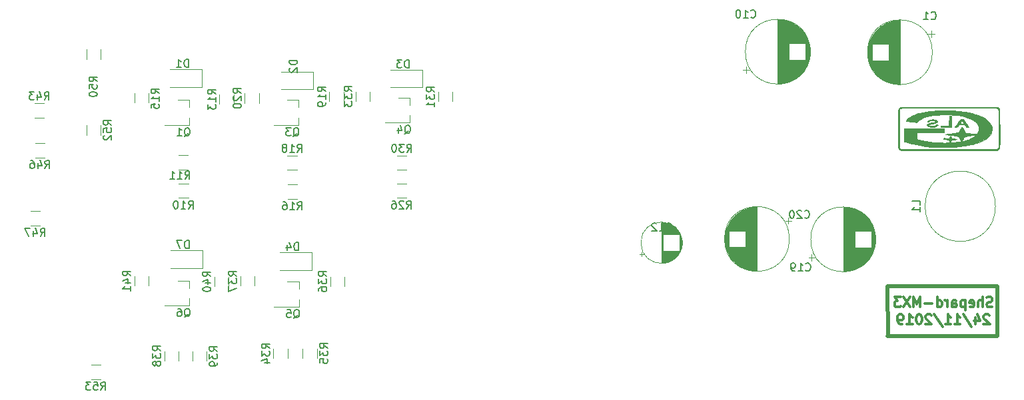
<source format=gbr>
%TF.GenerationSoftware,KiCad,Pcbnew,(5.1.4-0-10_14)*%
%TF.CreationDate,2019-11-24T22:14:09+02:00*%
%TF.ProjectId,READY,52454144-592e-46b6-9963-61645f706362,3.0*%
%TF.SameCoordinates,Original*%
%TF.FileFunction,Legend,Bot*%
%TF.FilePolarity,Positive*%
%FSLAX46Y46*%
G04 Gerber Fmt 4.6, Leading zero omitted, Abs format (unit mm)*
G04 Created by KiCad (PCBNEW (5.1.4-0-10_14)) date 2019-11-24 22:14:09*
%MOMM*%
%LPD*%
G04 APERTURE LIST*
%ADD10C,0.312500*%
%ADD11C,0.500000*%
%ADD12C,0.120000*%
%ADD13C,0.010000*%
%ADD14C,0.150000*%
G04 APERTURE END LIST*
D10*
X206677038Y-102665742D02*
X206498466Y-102725266D01*
X206200847Y-102725266D01*
X206081800Y-102665742D01*
X206022276Y-102606218D01*
X205962752Y-102487170D01*
X205962752Y-102368123D01*
X206022276Y-102249075D01*
X206081800Y-102189551D01*
X206200847Y-102130028D01*
X206438942Y-102070504D01*
X206557990Y-102010980D01*
X206617514Y-101951456D01*
X206677038Y-101832409D01*
X206677038Y-101713361D01*
X206617514Y-101594313D01*
X206557990Y-101534790D01*
X206438942Y-101475266D01*
X206141323Y-101475266D01*
X205962752Y-101534790D01*
X205427038Y-102725266D02*
X205427038Y-101475266D01*
X204891323Y-102725266D02*
X204891323Y-102070504D01*
X204950847Y-101951456D01*
X205069895Y-101891932D01*
X205248466Y-101891932D01*
X205367514Y-101951456D01*
X205427038Y-102010980D01*
X203819895Y-102665742D02*
X203938942Y-102725266D01*
X204177038Y-102725266D01*
X204296085Y-102665742D01*
X204355609Y-102546694D01*
X204355609Y-102070504D01*
X204296085Y-101951456D01*
X204177038Y-101891932D01*
X203938942Y-101891932D01*
X203819895Y-101951456D01*
X203760371Y-102070504D01*
X203760371Y-102189551D01*
X204355609Y-102308599D01*
X203224657Y-101891932D02*
X203224657Y-103141932D01*
X203224657Y-101951456D02*
X203105609Y-101891932D01*
X202867514Y-101891932D01*
X202748466Y-101951456D01*
X202688942Y-102010980D01*
X202629419Y-102130028D01*
X202629419Y-102487170D01*
X202688942Y-102606218D01*
X202748466Y-102665742D01*
X202867514Y-102725266D01*
X203105609Y-102725266D01*
X203224657Y-102665742D01*
X201557990Y-102725266D02*
X201557990Y-102070504D01*
X201617514Y-101951456D01*
X201736561Y-101891932D01*
X201974657Y-101891932D01*
X202093704Y-101951456D01*
X201557990Y-102665742D02*
X201677038Y-102725266D01*
X201974657Y-102725266D01*
X202093704Y-102665742D01*
X202153228Y-102546694D01*
X202153228Y-102427647D01*
X202093704Y-102308599D01*
X201974657Y-102249075D01*
X201677038Y-102249075D01*
X201557990Y-102189551D01*
X200962752Y-102725266D02*
X200962752Y-101891932D01*
X200962752Y-102130028D02*
X200903228Y-102010980D01*
X200843704Y-101951456D01*
X200724657Y-101891932D01*
X200605609Y-101891932D01*
X199653228Y-102725266D02*
X199653228Y-101475266D01*
X199653228Y-102665742D02*
X199772276Y-102725266D01*
X200010371Y-102725266D01*
X200129419Y-102665742D01*
X200188942Y-102606218D01*
X200248466Y-102487170D01*
X200248466Y-102130028D01*
X200188942Y-102010980D01*
X200129419Y-101951456D01*
X200010371Y-101891932D01*
X199772276Y-101891932D01*
X199653228Y-101951456D01*
X199057990Y-102249075D02*
X198105609Y-102249075D01*
X197510371Y-102725266D02*
X197510371Y-101475266D01*
X197093704Y-102368123D01*
X196677038Y-101475266D01*
X196677038Y-102725266D01*
X196200847Y-101475266D02*
X195367514Y-102725266D01*
X195367514Y-101475266D02*
X196200847Y-102725266D01*
X195010371Y-101475266D02*
X194236561Y-101475266D01*
X194653228Y-101951456D01*
X194474657Y-101951456D01*
X194355609Y-102010980D01*
X194296085Y-102070504D01*
X194236561Y-102189551D01*
X194236561Y-102487170D01*
X194296085Y-102606218D01*
X194355609Y-102665742D01*
X194474657Y-102725266D01*
X194831800Y-102725266D01*
X194950847Y-102665742D01*
X195010371Y-102606218D01*
X206290133Y-103781813D02*
X206230609Y-103722290D01*
X206111561Y-103662766D01*
X205813942Y-103662766D01*
X205694895Y-103722290D01*
X205635371Y-103781813D01*
X205575847Y-103900861D01*
X205575847Y-104019909D01*
X205635371Y-104198480D01*
X206349657Y-104912766D01*
X205575847Y-104912766D01*
X204504419Y-104079432D02*
X204504419Y-104912766D01*
X204802038Y-103603242D02*
X205099657Y-104496099D01*
X204325847Y-104496099D01*
X202956800Y-103603242D02*
X204028228Y-105210385D01*
X201885371Y-104912766D02*
X202599657Y-104912766D01*
X202242514Y-104912766D02*
X202242514Y-103662766D01*
X202361561Y-103841337D01*
X202480609Y-103960385D01*
X202599657Y-104019909D01*
X200694895Y-104912766D02*
X201409180Y-104912766D01*
X201052038Y-104912766D02*
X201052038Y-103662766D01*
X201171085Y-103841337D01*
X201290133Y-103960385D01*
X201409180Y-104019909D01*
X199266323Y-103603242D02*
X200337752Y-105210385D01*
X198909180Y-103781813D02*
X198849657Y-103722290D01*
X198730609Y-103662766D01*
X198432990Y-103662766D01*
X198313942Y-103722290D01*
X198254419Y-103781813D01*
X198194895Y-103900861D01*
X198194895Y-104019909D01*
X198254419Y-104198480D01*
X198968704Y-104912766D01*
X198194895Y-104912766D01*
X197421085Y-103662766D02*
X197302038Y-103662766D01*
X197182990Y-103722290D01*
X197123466Y-103781813D01*
X197063942Y-103900861D01*
X197004419Y-104138956D01*
X197004419Y-104436575D01*
X197063942Y-104674670D01*
X197123466Y-104793718D01*
X197182990Y-104853242D01*
X197302038Y-104912766D01*
X197421085Y-104912766D01*
X197540133Y-104853242D01*
X197599657Y-104793718D01*
X197659180Y-104674670D01*
X197718704Y-104436575D01*
X197718704Y-104138956D01*
X197659180Y-103900861D01*
X197599657Y-103781813D01*
X197540133Y-103722290D01*
X197421085Y-103662766D01*
X195813942Y-104912766D02*
X196528228Y-104912766D01*
X196171085Y-104912766D02*
X196171085Y-103662766D01*
X196290133Y-103841337D01*
X196409180Y-103960385D01*
X196528228Y-104019909D01*
X195218704Y-104912766D02*
X194980609Y-104912766D01*
X194861561Y-104853242D01*
X194802038Y-104793718D01*
X194682990Y-104615147D01*
X194623466Y-104377051D01*
X194623466Y-103900861D01*
X194682990Y-103781813D01*
X194742514Y-103722290D01*
X194861561Y-103662766D01*
X195099657Y-103662766D01*
X195218704Y-103722290D01*
X195278228Y-103781813D01*
X195337752Y-103900861D01*
X195337752Y-104198480D01*
X195278228Y-104317528D01*
X195218704Y-104377051D01*
X195099657Y-104436575D01*
X194861561Y-104436575D01*
X194742514Y-104377051D01*
X194682990Y-104317528D01*
X194623466Y-104198480D01*
D11*
X207350360Y-100098860D02*
X193380360Y-100098860D01*
X207350360Y-106448860D02*
X207350360Y-100098860D01*
X193380360Y-106456480D02*
X207350360Y-106448860D01*
X193380360Y-100098860D02*
X193390520Y-106451400D01*
D12*
%TO.C,C10*%
X183531000Y-70243700D02*
G75*
G03X183531000Y-70243700I-4120000J0D01*
G01*
X179411000Y-74323700D02*
X179411000Y-66163700D01*
X179451000Y-74323700D02*
X179451000Y-66163700D01*
X179491000Y-74323700D02*
X179491000Y-66163700D01*
X179531000Y-74322700D02*
X179531000Y-66164700D01*
X179571000Y-74320700D02*
X179571000Y-66166700D01*
X179611000Y-74319700D02*
X179611000Y-66167700D01*
X179651000Y-74317700D02*
X179651000Y-66169700D01*
X179691000Y-74314700D02*
X179691000Y-66172700D01*
X179731000Y-74311700D02*
X179731000Y-66175700D01*
X179771000Y-74308700D02*
X179771000Y-66178700D01*
X179811000Y-74304700D02*
X179811000Y-66182700D01*
X179851000Y-74300700D02*
X179851000Y-66186700D01*
X179891000Y-74295700D02*
X179891000Y-66191700D01*
X179931000Y-74291700D02*
X179931000Y-66195700D01*
X179971000Y-74285700D02*
X179971000Y-66201700D01*
X180011000Y-74280700D02*
X180011000Y-66206700D01*
X180051000Y-74273700D02*
X180051000Y-66213700D01*
X180091000Y-74267700D02*
X180091000Y-66219700D01*
X180132000Y-74260700D02*
X180132000Y-66226700D01*
X180172000Y-74253700D02*
X180172000Y-66233700D01*
X180212000Y-74245700D02*
X180212000Y-66241700D01*
X180252000Y-74237700D02*
X180252000Y-66249700D01*
X180292000Y-74228700D02*
X180292000Y-66258700D01*
X180332000Y-74219700D02*
X180332000Y-66267700D01*
X180372000Y-74210700D02*
X180372000Y-66276700D01*
X180412000Y-74200700D02*
X180412000Y-66286700D01*
X180452000Y-74190700D02*
X180452000Y-66296700D01*
X180492000Y-74179700D02*
X180492000Y-66307700D01*
X180532000Y-74168700D02*
X180532000Y-66318700D01*
X180572000Y-74157700D02*
X180572000Y-66329700D01*
X180612000Y-74145700D02*
X180612000Y-66341700D01*
X180652000Y-74132700D02*
X180652000Y-66354700D01*
X180692000Y-74120700D02*
X180692000Y-66366700D01*
X180732000Y-74106700D02*
X180732000Y-66380700D01*
X180772000Y-74093700D02*
X180772000Y-66393700D01*
X180812000Y-74078700D02*
X180812000Y-66408700D01*
X180852000Y-74064700D02*
X180852000Y-66422700D01*
X180892000Y-74048700D02*
X180892000Y-71283700D01*
X180892000Y-69203700D02*
X180892000Y-66438700D01*
X180932000Y-74033700D02*
X180932000Y-71283700D01*
X180932000Y-69203700D02*
X180932000Y-66453700D01*
X180972000Y-74017700D02*
X180972000Y-71283700D01*
X180972000Y-69203700D02*
X180972000Y-66469700D01*
X181012000Y-74000700D02*
X181012000Y-71283700D01*
X181012000Y-69203700D02*
X181012000Y-66486700D01*
X181052000Y-73983700D02*
X181052000Y-71283700D01*
X181052000Y-69203700D02*
X181052000Y-66503700D01*
X181092000Y-73965700D02*
X181092000Y-71283700D01*
X181092000Y-69203700D02*
X181092000Y-66521700D01*
X181132000Y-73947700D02*
X181132000Y-71283700D01*
X181132000Y-69203700D02*
X181132000Y-66539700D01*
X181172000Y-73929700D02*
X181172000Y-71283700D01*
X181172000Y-69203700D02*
X181172000Y-66557700D01*
X181212000Y-73909700D02*
X181212000Y-71283700D01*
X181212000Y-69203700D02*
X181212000Y-66577700D01*
X181252000Y-73890700D02*
X181252000Y-71283700D01*
X181252000Y-69203700D02*
X181252000Y-66596700D01*
X181292000Y-73870700D02*
X181292000Y-71283700D01*
X181292000Y-69203700D02*
X181292000Y-66616700D01*
X181332000Y-73849700D02*
X181332000Y-71283700D01*
X181332000Y-69203700D02*
X181332000Y-66637700D01*
X181372000Y-73827700D02*
X181372000Y-71283700D01*
X181372000Y-69203700D02*
X181372000Y-66659700D01*
X181412000Y-73805700D02*
X181412000Y-71283700D01*
X181412000Y-69203700D02*
X181412000Y-66681700D01*
X181452000Y-73783700D02*
X181452000Y-71283700D01*
X181452000Y-69203700D02*
X181452000Y-66703700D01*
X181492000Y-73760700D02*
X181492000Y-71283700D01*
X181492000Y-69203700D02*
X181492000Y-66726700D01*
X181532000Y-73736700D02*
X181532000Y-71283700D01*
X181532000Y-69203700D02*
X181532000Y-66750700D01*
X181572000Y-73712700D02*
X181572000Y-71283700D01*
X181572000Y-69203700D02*
X181572000Y-66774700D01*
X181612000Y-73687700D02*
X181612000Y-71283700D01*
X181612000Y-69203700D02*
X181612000Y-66799700D01*
X181652000Y-73661700D02*
X181652000Y-71283700D01*
X181652000Y-69203700D02*
X181652000Y-66825700D01*
X181692000Y-73635700D02*
X181692000Y-71283700D01*
X181692000Y-69203700D02*
X181692000Y-66851700D01*
X181732000Y-73608700D02*
X181732000Y-71283700D01*
X181732000Y-69203700D02*
X181732000Y-66878700D01*
X181772000Y-73581700D02*
X181772000Y-71283700D01*
X181772000Y-69203700D02*
X181772000Y-66905700D01*
X181812000Y-73552700D02*
X181812000Y-71283700D01*
X181812000Y-69203700D02*
X181812000Y-66934700D01*
X181852000Y-73523700D02*
X181852000Y-71283700D01*
X181852000Y-69203700D02*
X181852000Y-66963700D01*
X181892000Y-73493700D02*
X181892000Y-71283700D01*
X181892000Y-69203700D02*
X181892000Y-66993700D01*
X181932000Y-73463700D02*
X181932000Y-71283700D01*
X181932000Y-69203700D02*
X181932000Y-67023700D01*
X181972000Y-73432700D02*
X181972000Y-71283700D01*
X181972000Y-69203700D02*
X181972000Y-67054700D01*
X182012000Y-73399700D02*
X182012000Y-71283700D01*
X182012000Y-69203700D02*
X182012000Y-67087700D01*
X182052000Y-73367700D02*
X182052000Y-71283700D01*
X182052000Y-69203700D02*
X182052000Y-67119700D01*
X182092000Y-73333700D02*
X182092000Y-71283700D01*
X182092000Y-69203700D02*
X182092000Y-67153700D01*
X182132000Y-73298700D02*
X182132000Y-71283700D01*
X182132000Y-69203700D02*
X182132000Y-67188700D01*
X182172000Y-73262700D02*
X182172000Y-71283700D01*
X182172000Y-69203700D02*
X182172000Y-67224700D01*
X182212000Y-73226700D02*
X182212000Y-71283700D01*
X182212000Y-69203700D02*
X182212000Y-67260700D01*
X182252000Y-73188700D02*
X182252000Y-71283700D01*
X182252000Y-69203700D02*
X182252000Y-67298700D01*
X182292000Y-73150700D02*
X182292000Y-71283700D01*
X182292000Y-69203700D02*
X182292000Y-67336700D01*
X182332000Y-73110700D02*
X182332000Y-71283700D01*
X182332000Y-69203700D02*
X182332000Y-67376700D01*
X182372000Y-73069700D02*
X182372000Y-71283700D01*
X182372000Y-69203700D02*
X182372000Y-67417700D01*
X182412000Y-73027700D02*
X182412000Y-71283700D01*
X182412000Y-69203700D02*
X182412000Y-67459700D01*
X182452000Y-72984700D02*
X182452000Y-71283700D01*
X182452000Y-69203700D02*
X182452000Y-67502700D01*
X182492000Y-72940700D02*
X182492000Y-71283700D01*
X182492000Y-69203700D02*
X182492000Y-67546700D01*
X182532000Y-72894700D02*
X182532000Y-71283700D01*
X182532000Y-69203700D02*
X182532000Y-67592700D01*
X182572000Y-72847700D02*
X182572000Y-71283700D01*
X182572000Y-69203700D02*
X182572000Y-67639700D01*
X182612000Y-72799700D02*
X182612000Y-71283700D01*
X182612000Y-69203700D02*
X182612000Y-67687700D01*
X182652000Y-72748700D02*
X182652000Y-71283700D01*
X182652000Y-69203700D02*
X182652000Y-67738700D01*
X182692000Y-72697700D02*
X182692000Y-71283700D01*
X182692000Y-69203700D02*
X182692000Y-67789700D01*
X182732000Y-72643700D02*
X182732000Y-71283700D01*
X182732000Y-69203700D02*
X182732000Y-67843700D01*
X182772000Y-72588700D02*
X182772000Y-71283700D01*
X182772000Y-69203700D02*
X182772000Y-67898700D01*
X182812000Y-72530700D02*
X182812000Y-71283700D01*
X182812000Y-69203700D02*
X182812000Y-67956700D01*
X182852000Y-72471700D02*
X182852000Y-71283700D01*
X182852000Y-69203700D02*
X182852000Y-68015700D01*
X182892000Y-72409700D02*
X182892000Y-71283700D01*
X182892000Y-69203700D02*
X182892000Y-68077700D01*
X182932000Y-72345700D02*
X182932000Y-71283700D01*
X182932000Y-69203700D02*
X182932000Y-68141700D01*
X182972000Y-72277700D02*
X182972000Y-68209700D01*
X183012000Y-72207700D02*
X183012000Y-68279700D01*
X183052000Y-72133700D02*
X183052000Y-68353700D01*
X183092000Y-72056700D02*
X183092000Y-68430700D01*
X183132000Y-71974700D02*
X183132000Y-68512700D01*
X183172000Y-71888700D02*
X183172000Y-68598700D01*
X183212000Y-71795700D02*
X183212000Y-68691700D01*
X183252000Y-71696700D02*
X183252000Y-68790700D01*
X183292000Y-71589700D02*
X183292000Y-68897700D01*
X183332000Y-71472700D02*
X183332000Y-69014700D01*
X183372000Y-71341700D02*
X183372000Y-69145700D01*
X183412000Y-71191700D02*
X183412000Y-69295700D01*
X183452000Y-71011700D02*
X183452000Y-69475700D01*
X183492000Y-70776700D02*
X183492000Y-69710700D01*
X175001302Y-72558700D02*
X175801302Y-72558700D01*
X175401302Y-72958700D02*
X175401302Y-72158700D01*
D13*
%TO.C,G\002A\002A\002A*%
G36*
X195048011Y-77283251D02*
G01*
X194935123Y-77346403D01*
X194818936Y-77443268D01*
X194758734Y-77535363D01*
X194695234Y-77661171D01*
X194695234Y-80025287D01*
X194695152Y-80460423D01*
X194695108Y-80842734D01*
X194695401Y-81175838D01*
X194696330Y-81463354D01*
X194698194Y-81708900D01*
X194701294Y-81916096D01*
X194705930Y-82088558D01*
X194712400Y-82229907D01*
X194721004Y-82343760D01*
X194732042Y-82433736D01*
X194745814Y-82503454D01*
X194762618Y-82556532D01*
X194782756Y-82596589D01*
X194806525Y-82627243D01*
X194834226Y-82652113D01*
X194866159Y-82674817D01*
X194902623Y-82698974D01*
X194917436Y-82709083D01*
X195048011Y-82799767D01*
X201129900Y-82805855D01*
X201838403Y-82806514D01*
X202492504Y-82807009D01*
X203094246Y-82807331D01*
X203645673Y-82807469D01*
X204148827Y-82807413D01*
X204605750Y-82807151D01*
X205018486Y-82806675D01*
X205389078Y-82805973D01*
X205719567Y-82805035D01*
X206011998Y-82803851D01*
X206268412Y-82802410D01*
X206490853Y-82800702D01*
X206681364Y-82798716D01*
X206841986Y-82796442D01*
X206974764Y-82793871D01*
X207081740Y-82790990D01*
X207164956Y-82787791D01*
X207226455Y-82784262D01*
X207268281Y-82780393D01*
X207292476Y-82776175D01*
X207297415Y-82774503D01*
X207409860Y-82703572D01*
X207509928Y-82602284D01*
X207579715Y-82490109D01*
X207593475Y-82452563D01*
X207599564Y-82406587D01*
X207604740Y-82313089D01*
X207609012Y-82171024D01*
X207612390Y-81979346D01*
X207614882Y-81737011D01*
X207616498Y-81442973D01*
X207617247Y-81096188D01*
X207617138Y-80695610D01*
X207616182Y-80240194D01*
X207615331Y-79975465D01*
X207611129Y-78792729D01*
X207476063Y-78792729D01*
X207475661Y-79085049D01*
X207474872Y-79424275D01*
X207473768Y-79814099D01*
X207473009Y-80066312D01*
X207471702Y-80487302D01*
X207470444Y-80855495D01*
X207469142Y-81174541D01*
X207467698Y-81448087D01*
X207466019Y-81679782D01*
X207464009Y-81873275D01*
X207461572Y-82032212D01*
X207458613Y-82160243D01*
X207455038Y-82261016D01*
X207450750Y-82338179D01*
X207445654Y-82395380D01*
X207439656Y-82436268D01*
X207432660Y-82464490D01*
X207424571Y-82483696D01*
X207415293Y-82497533D01*
X207409345Y-82504520D01*
X207343672Y-82565455D01*
X207268234Y-82620258D01*
X207257154Y-82626224D01*
X207242506Y-82631718D01*
X207222033Y-82636761D01*
X207193472Y-82641372D01*
X207154565Y-82645569D01*
X207103052Y-82649373D01*
X207036672Y-82652803D01*
X206953166Y-82655878D01*
X206850274Y-82658617D01*
X206725736Y-82661041D01*
X206577292Y-82663168D01*
X206402682Y-82665017D01*
X206199646Y-82666609D01*
X205965924Y-82667963D01*
X205699257Y-82669097D01*
X205397384Y-82670032D01*
X205058046Y-82670787D01*
X204678982Y-82671381D01*
X204257933Y-82671834D01*
X203792639Y-82672164D01*
X203280840Y-82672392D01*
X202720276Y-82672537D01*
X202108687Y-82672618D01*
X201443814Y-82672655D01*
X201163777Y-82672661D01*
X200465307Y-82672631D01*
X199821151Y-82672506D01*
X199229180Y-82672273D01*
X198687264Y-82671916D01*
X198193271Y-82671424D01*
X197745073Y-82670781D01*
X197340540Y-82669974D01*
X196977541Y-82668989D01*
X196653946Y-82667813D01*
X196367626Y-82666431D01*
X196116451Y-82664830D01*
X195898289Y-82662996D01*
X195711013Y-82660915D01*
X195552490Y-82658574D01*
X195420593Y-82655957D01*
X195313189Y-82653053D01*
X195228150Y-82649846D01*
X195163346Y-82646323D01*
X195116646Y-82642471D01*
X195085921Y-82638274D01*
X195069040Y-82633721D01*
X195067777Y-82633115D01*
X194994144Y-82583649D01*
X194922358Y-82519394D01*
X194921011Y-82517960D01*
X194850456Y-82442457D01*
X194835410Y-77687167D01*
X194899940Y-77590578D01*
X194968632Y-77513076D01*
X195051899Y-77450425D01*
X195062685Y-77444644D01*
X195076112Y-77439003D01*
X195094533Y-77433807D01*
X195120206Y-77429039D01*
X195155391Y-77424680D01*
X195202347Y-77420712D01*
X195263333Y-77417117D01*
X195340609Y-77413876D01*
X195436434Y-77410971D01*
X195553067Y-77408385D01*
X195692768Y-77406098D01*
X195857796Y-77404093D01*
X196050409Y-77402352D01*
X196272868Y-77400855D01*
X196527432Y-77399586D01*
X196816360Y-77398525D01*
X197141911Y-77397655D01*
X197506344Y-77396957D01*
X197911919Y-77396413D01*
X198360896Y-77396005D01*
X198855532Y-77395714D01*
X199398089Y-77395523D01*
X199990824Y-77395413D01*
X200635998Y-77395366D01*
X201172234Y-77395361D01*
X201857901Y-77395374D01*
X202489391Y-77395413D01*
X203068972Y-77395499D01*
X203598909Y-77395653D01*
X204081472Y-77395895D01*
X204518926Y-77396246D01*
X204913538Y-77396728D01*
X205267578Y-77397360D01*
X205583310Y-77398164D01*
X205863004Y-77399162D01*
X206108925Y-77400372D01*
X206323342Y-77401817D01*
X206508521Y-77403518D01*
X206666730Y-77405494D01*
X206800236Y-77407768D01*
X206911307Y-77410360D01*
X207002208Y-77413290D01*
X207075209Y-77416580D01*
X207132575Y-77420250D01*
X207176575Y-77424321D01*
X207209475Y-77428815D01*
X207233542Y-77433752D01*
X207251045Y-77439152D01*
X207264250Y-77445037D01*
X207275424Y-77451428D01*
X207275547Y-77451503D01*
X207355363Y-77516441D01*
X207421877Y-77596354D01*
X207423878Y-77599565D01*
X207433864Y-77617010D01*
X207442580Y-77637055D01*
X207450100Y-77663390D01*
X207456496Y-77699709D01*
X207461843Y-77749704D01*
X207466214Y-77817066D01*
X207469683Y-77905488D01*
X207472322Y-78018663D01*
X207474207Y-78160282D01*
X207475409Y-78334038D01*
X207476003Y-78543623D01*
X207476063Y-78792729D01*
X207611129Y-78792729D01*
X207606900Y-77602719D01*
X207538890Y-77503476D01*
X207471344Y-77422309D01*
X207393722Y-77351786D01*
X207381921Y-77343278D01*
X207292963Y-77282323D01*
X195048011Y-77283251D01*
X195048011Y-77283251D01*
G37*
X195048011Y-77283251D02*
X194935123Y-77346403D01*
X194818936Y-77443268D01*
X194758734Y-77535363D01*
X194695234Y-77661171D01*
X194695234Y-80025287D01*
X194695152Y-80460423D01*
X194695108Y-80842734D01*
X194695401Y-81175838D01*
X194696330Y-81463354D01*
X194698194Y-81708900D01*
X194701294Y-81916096D01*
X194705930Y-82088558D01*
X194712400Y-82229907D01*
X194721004Y-82343760D01*
X194732042Y-82433736D01*
X194745814Y-82503454D01*
X194762618Y-82556532D01*
X194782756Y-82596589D01*
X194806525Y-82627243D01*
X194834226Y-82652113D01*
X194866159Y-82674817D01*
X194902623Y-82698974D01*
X194917436Y-82709083D01*
X195048011Y-82799767D01*
X201129900Y-82805855D01*
X201838403Y-82806514D01*
X202492504Y-82807009D01*
X203094246Y-82807331D01*
X203645673Y-82807469D01*
X204148827Y-82807413D01*
X204605750Y-82807151D01*
X205018486Y-82806675D01*
X205389078Y-82805973D01*
X205719567Y-82805035D01*
X206011998Y-82803851D01*
X206268412Y-82802410D01*
X206490853Y-82800702D01*
X206681364Y-82798716D01*
X206841986Y-82796442D01*
X206974764Y-82793871D01*
X207081740Y-82790990D01*
X207164956Y-82787791D01*
X207226455Y-82784262D01*
X207268281Y-82780393D01*
X207292476Y-82776175D01*
X207297415Y-82774503D01*
X207409860Y-82703572D01*
X207509928Y-82602284D01*
X207579715Y-82490109D01*
X207593475Y-82452563D01*
X207599564Y-82406587D01*
X207604740Y-82313089D01*
X207609012Y-82171024D01*
X207612390Y-81979346D01*
X207614882Y-81737011D01*
X207616498Y-81442973D01*
X207617247Y-81096188D01*
X207617138Y-80695610D01*
X207616182Y-80240194D01*
X207615331Y-79975465D01*
X207611129Y-78792729D01*
X207476063Y-78792729D01*
X207475661Y-79085049D01*
X207474872Y-79424275D01*
X207473768Y-79814099D01*
X207473009Y-80066312D01*
X207471702Y-80487302D01*
X207470444Y-80855495D01*
X207469142Y-81174541D01*
X207467698Y-81448087D01*
X207466019Y-81679782D01*
X207464009Y-81873275D01*
X207461572Y-82032212D01*
X207458613Y-82160243D01*
X207455038Y-82261016D01*
X207450750Y-82338179D01*
X207445654Y-82395380D01*
X207439656Y-82436268D01*
X207432660Y-82464490D01*
X207424571Y-82483696D01*
X207415293Y-82497533D01*
X207409345Y-82504520D01*
X207343672Y-82565455D01*
X207268234Y-82620258D01*
X207257154Y-82626224D01*
X207242506Y-82631718D01*
X207222033Y-82636761D01*
X207193472Y-82641372D01*
X207154565Y-82645569D01*
X207103052Y-82649373D01*
X207036672Y-82652803D01*
X206953166Y-82655878D01*
X206850274Y-82658617D01*
X206725736Y-82661041D01*
X206577292Y-82663168D01*
X206402682Y-82665017D01*
X206199646Y-82666609D01*
X205965924Y-82667963D01*
X205699257Y-82669097D01*
X205397384Y-82670032D01*
X205058046Y-82670787D01*
X204678982Y-82671381D01*
X204257933Y-82671834D01*
X203792639Y-82672164D01*
X203280840Y-82672392D01*
X202720276Y-82672537D01*
X202108687Y-82672618D01*
X201443814Y-82672655D01*
X201163777Y-82672661D01*
X200465307Y-82672631D01*
X199821151Y-82672506D01*
X199229180Y-82672273D01*
X198687264Y-82671916D01*
X198193271Y-82671424D01*
X197745073Y-82670781D01*
X197340540Y-82669974D01*
X196977541Y-82668989D01*
X196653946Y-82667813D01*
X196367626Y-82666431D01*
X196116451Y-82664830D01*
X195898289Y-82662996D01*
X195711013Y-82660915D01*
X195552490Y-82658574D01*
X195420593Y-82655957D01*
X195313189Y-82653053D01*
X195228150Y-82649846D01*
X195163346Y-82646323D01*
X195116646Y-82642471D01*
X195085921Y-82638274D01*
X195069040Y-82633721D01*
X195067777Y-82633115D01*
X194994144Y-82583649D01*
X194922358Y-82519394D01*
X194921011Y-82517960D01*
X194850456Y-82442457D01*
X194835410Y-77687167D01*
X194899940Y-77590578D01*
X194968632Y-77513076D01*
X195051899Y-77450425D01*
X195062685Y-77444644D01*
X195076112Y-77439003D01*
X195094533Y-77433807D01*
X195120206Y-77429039D01*
X195155391Y-77424680D01*
X195202347Y-77420712D01*
X195263333Y-77417117D01*
X195340609Y-77413876D01*
X195436434Y-77410971D01*
X195553067Y-77408385D01*
X195692768Y-77406098D01*
X195857796Y-77404093D01*
X196050409Y-77402352D01*
X196272868Y-77400855D01*
X196527432Y-77399586D01*
X196816360Y-77398525D01*
X197141911Y-77397655D01*
X197506344Y-77396957D01*
X197911919Y-77396413D01*
X198360896Y-77396005D01*
X198855532Y-77395714D01*
X199398089Y-77395523D01*
X199990824Y-77395413D01*
X200635998Y-77395366D01*
X201172234Y-77395361D01*
X201857901Y-77395374D01*
X202489391Y-77395413D01*
X203068972Y-77395499D01*
X203598909Y-77395653D01*
X204081472Y-77395895D01*
X204518926Y-77396246D01*
X204913538Y-77396728D01*
X205267578Y-77397360D01*
X205583310Y-77398164D01*
X205863004Y-77399162D01*
X206108925Y-77400372D01*
X206323342Y-77401817D01*
X206508521Y-77403518D01*
X206666730Y-77405494D01*
X206800236Y-77407768D01*
X206911307Y-77410360D01*
X207002208Y-77413290D01*
X207075209Y-77416580D01*
X207132575Y-77420250D01*
X207176575Y-77424321D01*
X207209475Y-77428815D01*
X207233542Y-77433752D01*
X207251045Y-77439152D01*
X207264250Y-77445037D01*
X207275424Y-77451428D01*
X207275547Y-77451503D01*
X207355363Y-77516441D01*
X207421877Y-77596354D01*
X207423878Y-77599565D01*
X207433864Y-77617010D01*
X207442580Y-77637055D01*
X207450100Y-77663390D01*
X207456496Y-77699709D01*
X207461843Y-77749704D01*
X207466214Y-77817066D01*
X207469683Y-77905488D01*
X207472322Y-78018663D01*
X207474207Y-78160282D01*
X207475409Y-78334038D01*
X207476003Y-78543623D01*
X207476063Y-78792729D01*
X207611129Y-78792729D01*
X207606900Y-77602719D01*
X207538890Y-77503476D01*
X207471344Y-77422309D01*
X207393722Y-77351786D01*
X207381921Y-77343278D01*
X207292963Y-77282323D01*
X195048011Y-77283251D01*
G36*
X200549810Y-77746223D02*
G01*
X200257025Y-77748760D01*
X199970041Y-77753129D01*
X199694512Y-77759244D01*
X199436089Y-77767020D01*
X199200423Y-77776372D01*
X198993167Y-77787214D01*
X198819973Y-77799462D01*
X198686492Y-77813030D01*
X198598376Y-77827833D01*
X198561729Y-77843101D01*
X198529839Y-77854365D01*
X198453367Y-77870842D01*
X198343688Y-77890337D01*
X198212176Y-77910658D01*
X198208900Y-77911129D01*
X197982059Y-77947742D01*
X197736421Y-77994237D01*
X197487464Y-78047177D01*
X197250664Y-78103120D01*
X197041499Y-78158629D01*
X196899176Y-78202172D01*
X196658775Y-78296582D01*
X196419492Y-78416342D01*
X196193610Y-78553671D01*
X195993414Y-78700786D01*
X195831187Y-78849906D01*
X195774734Y-78914482D01*
X195722559Y-78984055D01*
X195689334Y-79037102D01*
X195683011Y-79054245D01*
X195709748Y-79064564D01*
X195784530Y-79079072D01*
X195899218Y-79096566D01*
X196045671Y-79115841D01*
X196215749Y-79135695D01*
X196282734Y-79142914D01*
X196468249Y-79162555D01*
X196641473Y-79181055D01*
X196792108Y-79197302D01*
X196909852Y-79210184D01*
X196984406Y-79218586D01*
X196995345Y-79219888D01*
X197056772Y-79223903D01*
X197106407Y-79213217D01*
X197159718Y-79180238D01*
X197232171Y-79117373D01*
X197263456Y-79088271D01*
X197451219Y-78926619D01*
X197644563Y-78791199D01*
X197852834Y-78677845D01*
X198085379Y-78582394D01*
X198351544Y-78500678D01*
X198660675Y-78428533D01*
X198809031Y-78399436D01*
X199098283Y-78352425D01*
X199408302Y-78316383D01*
X199747243Y-78290737D01*
X200123267Y-78274914D01*
X200544531Y-78268341D01*
X200678345Y-78268084D01*
X201267569Y-78278208D01*
X201806891Y-78307912D01*
X202299549Y-78357750D01*
X202748781Y-78428275D01*
X203157827Y-78520040D01*
X203529925Y-78633600D01*
X203868313Y-78769508D01*
X204008875Y-78837301D01*
X204284441Y-78999165D01*
X204515373Y-79179751D01*
X204700159Y-79375751D01*
X204837288Y-79583861D01*
X204925248Y-79800774D01*
X204962528Y-80023185D01*
X204947618Y-80247789D01*
X204879005Y-80471279D01*
X204814161Y-80598829D01*
X204767233Y-80673263D01*
X204726523Y-80710674D01*
X204671345Y-80723662D01*
X204607100Y-80724950D01*
X204538323Y-80721416D01*
X204424521Y-80711846D01*
X204276661Y-80697326D01*
X204105710Y-80678942D01*
X203922636Y-80657779D01*
X203895678Y-80654537D01*
X203719827Y-80633466D01*
X203562171Y-80614926D01*
X203431621Y-80599935D01*
X203337086Y-80589514D01*
X203287477Y-80584680D01*
X203283183Y-80584465D01*
X203258673Y-80560823D01*
X203213478Y-80495731D01*
X203153017Y-80397786D01*
X203082709Y-80275583D01*
X203043294Y-80203899D01*
X202970503Y-80073180D01*
X202905256Y-79962969D01*
X202852800Y-79881598D01*
X202818383Y-79837405D01*
X202809123Y-79831939D01*
X202785544Y-79858436D01*
X202740819Y-79925044D01*
X202680895Y-80022361D01*
X202611721Y-80140983D01*
X202595497Y-80169638D01*
X202525793Y-80292463D01*
X202465370Y-80397152D01*
X202419885Y-80474035D01*
X202394992Y-80513443D01*
X202392828Y-80516136D01*
X202361011Y-80524827D01*
X202282345Y-80539338D01*
X202165975Y-80558359D01*
X202021045Y-80580581D01*
X201856700Y-80604695D01*
X201682082Y-80629392D01*
X201506337Y-80653363D01*
X201338609Y-80675299D01*
X201188041Y-80693890D01*
X201063778Y-80707828D01*
X201031123Y-80711086D01*
X200884287Y-80727410D01*
X200790661Y-80743497D01*
X200747019Y-80760072D01*
X200746592Y-80774866D01*
X200777663Y-80782332D01*
X200857616Y-80795562D01*
X200979295Y-80813541D01*
X201135547Y-80835256D01*
X201319215Y-80859690D01*
X201523146Y-80885830D01*
X201574219Y-80892233D01*
X202385789Y-80993545D01*
X202522230Y-81247545D01*
X202601340Y-81397596D01*
X202653944Y-81506119D01*
X202682077Y-81580282D01*
X202687775Y-81627254D01*
X202673073Y-81654202D01*
X202641579Y-81667907D01*
X202547521Y-81687356D01*
X202422805Y-81707123D01*
X202275874Y-81726500D01*
X202115168Y-81744780D01*
X201949130Y-81761255D01*
X201786201Y-81775217D01*
X201634823Y-81785959D01*
X201503437Y-81792771D01*
X201400486Y-81794948D01*
X201334410Y-81791780D01*
X201313652Y-81782560D01*
X201316858Y-81778981D01*
X201345038Y-81741349D01*
X201383655Y-81669574D01*
X201410607Y-81610745D01*
X201435015Y-81554220D01*
X201458323Y-81512855D01*
X201489393Y-81483448D01*
X201537086Y-81462796D01*
X201610265Y-81447698D01*
X201717790Y-81434951D01*
X201868523Y-81421353D01*
X201955400Y-81413880D01*
X202058335Y-81402787D01*
X202135228Y-81390312D01*
X202172555Y-81378773D01*
X202174123Y-81376416D01*
X202148035Y-81365338D01*
X202077563Y-81350033D01*
X201974391Y-81332772D01*
X201884845Y-81320202D01*
X201757070Y-81302215D01*
X201645484Y-81284037D01*
X201565141Y-81268250D01*
X201536865Y-81260516D01*
X201489141Y-81219423D01*
X201442209Y-81140964D01*
X201428697Y-81108956D01*
X201395422Y-81034047D01*
X201365666Y-80987276D01*
X201354069Y-80979434D01*
X201325664Y-81002049D01*
X201288686Y-81057576D01*
X201282847Y-81068501D01*
X201231989Y-81156315D01*
X201179380Y-81212799D01*
X201110066Y-81246393D01*
X201009096Y-81265538D01*
X200918234Y-81274328D01*
X200794724Y-81285182D01*
X200678769Y-81296811D01*
X200593417Y-81306888D01*
X200586623Y-81307840D01*
X200516708Y-81309222D01*
X200481660Y-81294763D01*
X200488313Y-81273258D01*
X200543500Y-81253504D01*
X200544289Y-81253351D01*
X200607789Y-81241120D01*
X200545282Y-81237277D01*
X200495528Y-81252713D01*
X200451122Y-81292503D01*
X200427878Y-81338173D01*
X200434871Y-81366256D01*
X200468911Y-81375211D01*
X200542575Y-81383516D01*
X200627658Y-81388763D01*
X200828540Y-81399989D01*
X200978383Y-81415351D01*
X201082507Y-81435911D01*
X201146234Y-81462732D01*
X201174884Y-81496874D01*
X201175265Y-81498047D01*
X201201504Y-81553697D01*
X201220819Y-81575279D01*
X201241083Y-81612574D01*
X201255774Y-81681554D01*
X201257097Y-81693832D01*
X201260129Y-81755398D01*
X201245063Y-81787915D01*
X201198153Y-81805116D01*
X201134705Y-81816081D01*
X201032554Y-81826257D01*
X200884192Y-81832796D01*
X200699726Y-81835866D01*
X200489260Y-81835634D01*
X200262901Y-81832266D01*
X200030753Y-81825932D01*
X199802923Y-81816797D01*
X199589516Y-81805028D01*
X199400638Y-81790794D01*
X199356153Y-81786648D01*
X199133039Y-81762138D01*
X198887311Y-81730470D01*
X198627363Y-81693124D01*
X198361594Y-81651583D01*
X198098398Y-81607326D01*
X197846173Y-81561835D01*
X197613314Y-81516591D01*
X197408218Y-81473075D01*
X197239282Y-81432768D01*
X197114900Y-81397150D01*
X197081992Y-81385511D01*
X197064290Y-81370954D01*
X197051906Y-81337498D01*
X197043957Y-81276685D01*
X197039557Y-81180057D01*
X197037824Y-81039157D01*
X197037678Y-80961503D01*
X197037678Y-80554499D01*
X198780400Y-80556121D01*
X199089312Y-80556395D01*
X199381686Y-80556628D01*
X199652603Y-80556819D01*
X199897144Y-80556964D01*
X200110391Y-80557062D01*
X200287424Y-80557111D01*
X200423324Y-80557108D01*
X200513174Y-80557051D01*
X200552053Y-80556938D01*
X200553022Y-80556921D01*
X200567903Y-80528977D01*
X200577447Y-80448691D01*
X200581266Y-80319948D01*
X200581244Y-80273686D01*
X200578934Y-80141659D01*
X200573113Y-80058072D01*
X200562617Y-80014971D01*
X200546280Y-80004400D01*
X200541981Y-80005575D01*
X200508770Y-80007693D01*
X200423202Y-80009716D01*
X200289365Y-80011622D01*
X200111345Y-80013387D01*
X199893230Y-80014988D01*
X199639108Y-80016403D01*
X199353065Y-80017609D01*
X199039189Y-80018582D01*
X198701568Y-80019300D01*
X198344288Y-80019739D01*
X197994925Y-80019878D01*
X195485456Y-80019878D01*
X195485456Y-81682599D01*
X195675956Y-81738893D01*
X195798992Y-81774396D01*
X195924516Y-81809272D01*
X196007567Y-81831342D01*
X196090501Y-81855302D01*
X196148078Y-81876986D01*
X196162789Y-81886220D01*
X196194031Y-81898594D01*
X196270279Y-81919852D01*
X196381281Y-81947377D01*
X196516783Y-81978552D01*
X196572011Y-81990691D01*
X197390509Y-82149216D01*
X198208594Y-82268573D01*
X199036167Y-82349618D01*
X199883129Y-82393206D01*
X200759381Y-82400191D01*
X201200456Y-82390574D01*
X201855760Y-82359394D01*
X202479470Y-82307830D01*
X203064287Y-82236624D01*
X203599345Y-82147204D01*
X203727923Y-82120758D01*
X203875974Y-82087731D01*
X204033592Y-82050637D01*
X204190872Y-82011989D01*
X204337910Y-81974299D01*
X204464799Y-81940081D01*
X204561634Y-81911847D01*
X204618511Y-81892109D01*
X204629049Y-81885981D01*
X204660015Y-81869032D01*
X204733298Y-81838495D01*
X204837722Y-81798800D01*
X204954011Y-81757190D01*
X205329039Y-81609093D01*
X205661606Y-81441394D01*
X205949243Y-81255982D01*
X206189483Y-81054749D01*
X206354340Y-80868422D01*
X204573011Y-80868422D01*
X204548466Y-80915554D01*
X204480326Y-80979772D01*
X204376835Y-81055831D01*
X204246240Y-81138487D01*
X204096785Y-81222497D01*
X203936714Y-81302614D01*
X203786766Y-81368538D01*
X203663035Y-81414659D01*
X203514946Y-81463225D01*
X203355238Y-81510790D01*
X203196652Y-81553906D01*
X203051927Y-81589125D01*
X202933803Y-81612999D01*
X202855019Y-81622082D01*
X202849998Y-81622049D01*
X202820424Y-81619318D01*
X202807306Y-81607572D01*
X202813760Y-81578764D01*
X202842904Y-81524845D01*
X202897855Y-81437767D01*
X202955659Y-81349242D01*
X203026743Y-81239970D01*
X203085620Y-81147880D01*
X203125782Y-81083256D01*
X203140575Y-81057005D01*
X203169381Y-81046224D01*
X203244840Y-81028964D01*
X203357729Y-81006727D01*
X203498824Y-80981013D01*
X203658902Y-80953323D01*
X203828739Y-80925159D01*
X203999110Y-80898022D01*
X204160793Y-80873413D01*
X204304564Y-80852833D01*
X204421198Y-80837783D01*
X204501473Y-80829765D01*
X204535520Y-80829975D01*
X204569731Y-80857349D01*
X204573011Y-80868422D01*
X206354340Y-80868422D01*
X206379855Y-80839585D01*
X206517891Y-80612380D01*
X206552190Y-80533420D01*
X206594544Y-80377055D01*
X206616638Y-80189779D01*
X206618060Y-79993522D01*
X206598395Y-79810213D01*
X206568057Y-79690049D01*
X206473597Y-79486725D01*
X206333637Y-79278132D01*
X206156908Y-79074660D01*
X205952139Y-78886698D01*
X205792362Y-78766883D01*
X205536661Y-78613299D01*
X205232445Y-78466868D01*
X204887445Y-78330031D01*
X204509393Y-78205232D01*
X204106020Y-78094913D01*
X203685059Y-78001517D01*
X203254241Y-77927488D01*
X203047831Y-77899747D01*
X202924912Y-77883208D01*
X202824216Y-77866757D01*
X202758072Y-77852585D01*
X202738567Y-77844782D01*
X202706995Y-77835897D01*
X202629125Y-77823792D01*
X202514923Y-77809746D01*
X202374356Y-77795035D01*
X202287011Y-77786910D01*
X202111863Y-77774238D01*
X201902954Y-77763996D01*
X201665936Y-77756096D01*
X201406461Y-77750454D01*
X201130180Y-77746985D01*
X200842746Y-77745603D01*
X200549810Y-77746223D01*
X200549810Y-77746223D01*
G37*
X200549810Y-77746223D02*
X200257025Y-77748760D01*
X199970041Y-77753129D01*
X199694512Y-77759244D01*
X199436089Y-77767020D01*
X199200423Y-77776372D01*
X198993167Y-77787214D01*
X198819973Y-77799462D01*
X198686492Y-77813030D01*
X198598376Y-77827833D01*
X198561729Y-77843101D01*
X198529839Y-77854365D01*
X198453367Y-77870842D01*
X198343688Y-77890337D01*
X198212176Y-77910658D01*
X198208900Y-77911129D01*
X197982059Y-77947742D01*
X197736421Y-77994237D01*
X197487464Y-78047177D01*
X197250664Y-78103120D01*
X197041499Y-78158629D01*
X196899176Y-78202172D01*
X196658775Y-78296582D01*
X196419492Y-78416342D01*
X196193610Y-78553671D01*
X195993414Y-78700786D01*
X195831187Y-78849906D01*
X195774734Y-78914482D01*
X195722559Y-78984055D01*
X195689334Y-79037102D01*
X195683011Y-79054245D01*
X195709748Y-79064564D01*
X195784530Y-79079072D01*
X195899218Y-79096566D01*
X196045671Y-79115841D01*
X196215749Y-79135695D01*
X196282734Y-79142914D01*
X196468249Y-79162555D01*
X196641473Y-79181055D01*
X196792108Y-79197302D01*
X196909852Y-79210184D01*
X196984406Y-79218586D01*
X196995345Y-79219888D01*
X197056772Y-79223903D01*
X197106407Y-79213217D01*
X197159718Y-79180238D01*
X197232171Y-79117373D01*
X197263456Y-79088271D01*
X197451219Y-78926619D01*
X197644563Y-78791199D01*
X197852834Y-78677845D01*
X198085379Y-78582394D01*
X198351544Y-78500678D01*
X198660675Y-78428533D01*
X198809031Y-78399436D01*
X199098283Y-78352425D01*
X199408302Y-78316383D01*
X199747243Y-78290737D01*
X200123267Y-78274914D01*
X200544531Y-78268341D01*
X200678345Y-78268084D01*
X201267569Y-78278208D01*
X201806891Y-78307912D01*
X202299549Y-78357750D01*
X202748781Y-78428275D01*
X203157827Y-78520040D01*
X203529925Y-78633600D01*
X203868313Y-78769508D01*
X204008875Y-78837301D01*
X204284441Y-78999165D01*
X204515373Y-79179751D01*
X204700159Y-79375751D01*
X204837288Y-79583861D01*
X204925248Y-79800774D01*
X204962528Y-80023185D01*
X204947618Y-80247789D01*
X204879005Y-80471279D01*
X204814161Y-80598829D01*
X204767233Y-80673263D01*
X204726523Y-80710674D01*
X204671345Y-80723662D01*
X204607100Y-80724950D01*
X204538323Y-80721416D01*
X204424521Y-80711846D01*
X204276661Y-80697326D01*
X204105710Y-80678942D01*
X203922636Y-80657779D01*
X203895678Y-80654537D01*
X203719827Y-80633466D01*
X203562171Y-80614926D01*
X203431621Y-80599935D01*
X203337086Y-80589514D01*
X203287477Y-80584680D01*
X203283183Y-80584465D01*
X203258673Y-80560823D01*
X203213478Y-80495731D01*
X203153017Y-80397786D01*
X203082709Y-80275583D01*
X203043294Y-80203899D01*
X202970503Y-80073180D01*
X202905256Y-79962969D01*
X202852800Y-79881598D01*
X202818383Y-79837405D01*
X202809123Y-79831939D01*
X202785544Y-79858436D01*
X202740819Y-79925044D01*
X202680895Y-80022361D01*
X202611721Y-80140983D01*
X202595497Y-80169638D01*
X202525793Y-80292463D01*
X202465370Y-80397152D01*
X202419885Y-80474035D01*
X202394992Y-80513443D01*
X202392828Y-80516136D01*
X202361011Y-80524827D01*
X202282345Y-80539338D01*
X202165975Y-80558359D01*
X202021045Y-80580581D01*
X201856700Y-80604695D01*
X201682082Y-80629392D01*
X201506337Y-80653363D01*
X201338609Y-80675299D01*
X201188041Y-80693890D01*
X201063778Y-80707828D01*
X201031123Y-80711086D01*
X200884287Y-80727410D01*
X200790661Y-80743497D01*
X200747019Y-80760072D01*
X200746592Y-80774866D01*
X200777663Y-80782332D01*
X200857616Y-80795562D01*
X200979295Y-80813541D01*
X201135547Y-80835256D01*
X201319215Y-80859690D01*
X201523146Y-80885830D01*
X201574219Y-80892233D01*
X202385789Y-80993545D01*
X202522230Y-81247545D01*
X202601340Y-81397596D01*
X202653944Y-81506119D01*
X202682077Y-81580282D01*
X202687775Y-81627254D01*
X202673073Y-81654202D01*
X202641579Y-81667907D01*
X202547521Y-81687356D01*
X202422805Y-81707123D01*
X202275874Y-81726500D01*
X202115168Y-81744780D01*
X201949130Y-81761255D01*
X201786201Y-81775217D01*
X201634823Y-81785959D01*
X201503437Y-81792771D01*
X201400486Y-81794948D01*
X201334410Y-81791780D01*
X201313652Y-81782560D01*
X201316858Y-81778981D01*
X201345038Y-81741349D01*
X201383655Y-81669574D01*
X201410607Y-81610745D01*
X201435015Y-81554220D01*
X201458323Y-81512855D01*
X201489393Y-81483448D01*
X201537086Y-81462796D01*
X201610265Y-81447698D01*
X201717790Y-81434951D01*
X201868523Y-81421353D01*
X201955400Y-81413880D01*
X202058335Y-81402787D01*
X202135228Y-81390312D01*
X202172555Y-81378773D01*
X202174123Y-81376416D01*
X202148035Y-81365338D01*
X202077563Y-81350033D01*
X201974391Y-81332772D01*
X201884845Y-81320202D01*
X201757070Y-81302215D01*
X201645484Y-81284037D01*
X201565141Y-81268250D01*
X201536865Y-81260516D01*
X201489141Y-81219423D01*
X201442209Y-81140964D01*
X201428697Y-81108956D01*
X201395422Y-81034047D01*
X201365666Y-80987276D01*
X201354069Y-80979434D01*
X201325664Y-81002049D01*
X201288686Y-81057576D01*
X201282847Y-81068501D01*
X201231989Y-81156315D01*
X201179380Y-81212799D01*
X201110066Y-81246393D01*
X201009096Y-81265538D01*
X200918234Y-81274328D01*
X200794724Y-81285182D01*
X200678769Y-81296811D01*
X200593417Y-81306888D01*
X200586623Y-81307840D01*
X200516708Y-81309222D01*
X200481660Y-81294763D01*
X200488313Y-81273258D01*
X200543500Y-81253504D01*
X200544289Y-81253351D01*
X200607789Y-81241120D01*
X200545282Y-81237277D01*
X200495528Y-81252713D01*
X200451122Y-81292503D01*
X200427878Y-81338173D01*
X200434871Y-81366256D01*
X200468911Y-81375211D01*
X200542575Y-81383516D01*
X200627658Y-81388763D01*
X200828540Y-81399989D01*
X200978383Y-81415351D01*
X201082507Y-81435911D01*
X201146234Y-81462732D01*
X201174884Y-81496874D01*
X201175265Y-81498047D01*
X201201504Y-81553697D01*
X201220819Y-81575279D01*
X201241083Y-81612574D01*
X201255774Y-81681554D01*
X201257097Y-81693832D01*
X201260129Y-81755398D01*
X201245063Y-81787915D01*
X201198153Y-81805116D01*
X201134705Y-81816081D01*
X201032554Y-81826257D01*
X200884192Y-81832796D01*
X200699726Y-81835866D01*
X200489260Y-81835634D01*
X200262901Y-81832266D01*
X200030753Y-81825932D01*
X199802923Y-81816797D01*
X199589516Y-81805028D01*
X199400638Y-81790794D01*
X199356153Y-81786648D01*
X199133039Y-81762138D01*
X198887311Y-81730470D01*
X198627363Y-81693124D01*
X198361594Y-81651583D01*
X198098398Y-81607326D01*
X197846173Y-81561835D01*
X197613314Y-81516591D01*
X197408218Y-81473075D01*
X197239282Y-81432768D01*
X197114900Y-81397150D01*
X197081992Y-81385511D01*
X197064290Y-81370954D01*
X197051906Y-81337498D01*
X197043957Y-81276685D01*
X197039557Y-81180057D01*
X197037824Y-81039157D01*
X197037678Y-80961503D01*
X197037678Y-80554499D01*
X198780400Y-80556121D01*
X199089312Y-80556395D01*
X199381686Y-80556628D01*
X199652603Y-80556819D01*
X199897144Y-80556964D01*
X200110391Y-80557062D01*
X200287424Y-80557111D01*
X200423324Y-80557108D01*
X200513174Y-80557051D01*
X200552053Y-80556938D01*
X200553022Y-80556921D01*
X200567903Y-80528977D01*
X200577447Y-80448691D01*
X200581266Y-80319948D01*
X200581244Y-80273686D01*
X200578934Y-80141659D01*
X200573113Y-80058072D01*
X200562617Y-80014971D01*
X200546280Y-80004400D01*
X200541981Y-80005575D01*
X200508770Y-80007693D01*
X200423202Y-80009716D01*
X200289365Y-80011622D01*
X200111345Y-80013387D01*
X199893230Y-80014988D01*
X199639108Y-80016403D01*
X199353065Y-80017609D01*
X199039189Y-80018582D01*
X198701568Y-80019300D01*
X198344288Y-80019739D01*
X197994925Y-80019878D01*
X195485456Y-80019878D01*
X195485456Y-81682599D01*
X195675956Y-81738893D01*
X195798992Y-81774396D01*
X195924516Y-81809272D01*
X196007567Y-81831342D01*
X196090501Y-81855302D01*
X196148078Y-81876986D01*
X196162789Y-81886220D01*
X196194031Y-81898594D01*
X196270279Y-81919852D01*
X196381281Y-81947377D01*
X196516783Y-81978552D01*
X196572011Y-81990691D01*
X197390509Y-82149216D01*
X198208594Y-82268573D01*
X199036167Y-82349618D01*
X199883129Y-82393206D01*
X200759381Y-82400191D01*
X201200456Y-82390574D01*
X201855760Y-82359394D01*
X202479470Y-82307830D01*
X203064287Y-82236624D01*
X203599345Y-82147204D01*
X203727923Y-82120758D01*
X203875974Y-82087731D01*
X204033592Y-82050637D01*
X204190872Y-82011989D01*
X204337910Y-81974299D01*
X204464799Y-81940081D01*
X204561634Y-81911847D01*
X204618511Y-81892109D01*
X204629049Y-81885981D01*
X204660015Y-81869032D01*
X204733298Y-81838495D01*
X204837722Y-81798800D01*
X204954011Y-81757190D01*
X205329039Y-81609093D01*
X205661606Y-81441394D01*
X205949243Y-81255982D01*
X206189483Y-81054749D01*
X206354340Y-80868422D01*
X204573011Y-80868422D01*
X204548466Y-80915554D01*
X204480326Y-80979772D01*
X204376835Y-81055831D01*
X204246240Y-81138487D01*
X204096785Y-81222497D01*
X203936714Y-81302614D01*
X203786766Y-81368538D01*
X203663035Y-81414659D01*
X203514946Y-81463225D01*
X203355238Y-81510790D01*
X203196652Y-81553906D01*
X203051927Y-81589125D01*
X202933803Y-81612999D01*
X202855019Y-81622082D01*
X202849998Y-81622049D01*
X202820424Y-81619318D01*
X202807306Y-81607572D01*
X202813760Y-81578764D01*
X202842904Y-81524845D01*
X202897855Y-81437767D01*
X202955659Y-81349242D01*
X203026743Y-81239970D01*
X203085620Y-81147880D01*
X203125782Y-81083256D01*
X203140575Y-81057005D01*
X203169381Y-81046224D01*
X203244840Y-81028964D01*
X203357729Y-81006727D01*
X203498824Y-80981013D01*
X203658902Y-80953323D01*
X203828739Y-80925159D01*
X203999110Y-80898022D01*
X204160793Y-80873413D01*
X204304564Y-80852833D01*
X204421198Y-80837783D01*
X204501473Y-80829765D01*
X204535520Y-80829975D01*
X204569731Y-80857349D01*
X204573011Y-80868422D01*
X206354340Y-80868422D01*
X206379855Y-80839585D01*
X206517891Y-80612380D01*
X206552190Y-80533420D01*
X206594544Y-80377055D01*
X206616638Y-80189779D01*
X206618060Y-79993522D01*
X206598395Y-79810213D01*
X206568057Y-79690049D01*
X206473597Y-79486725D01*
X206333637Y-79278132D01*
X206156908Y-79074660D01*
X205952139Y-78886698D01*
X205792362Y-78766883D01*
X205536661Y-78613299D01*
X205232445Y-78466868D01*
X204887445Y-78330031D01*
X204509393Y-78205232D01*
X204106020Y-78094913D01*
X203685059Y-78001517D01*
X203254241Y-77927488D01*
X203047831Y-77899747D01*
X202924912Y-77883208D01*
X202824216Y-77866757D01*
X202758072Y-77852585D01*
X202738567Y-77844782D01*
X202706995Y-77835897D01*
X202629125Y-77823792D01*
X202514923Y-77809746D01*
X202374356Y-77795035D01*
X202287011Y-77786910D01*
X202111863Y-77774238D01*
X201902954Y-77763996D01*
X201665936Y-77756096D01*
X201406461Y-77750454D01*
X201130180Y-77746985D01*
X200842746Y-77745603D01*
X200549810Y-77746223D01*
G36*
X202823234Y-78864509D02*
G01*
X202668011Y-78864689D01*
X202357567Y-79264772D01*
X202251245Y-79400181D01*
X202150749Y-79525223D01*
X202063559Y-79630815D01*
X201997152Y-79707871D01*
X201964051Y-79742831D01*
X201915520Y-79794742D01*
X201894704Y-79830180D01*
X201895900Y-79835730D01*
X201929776Y-79840872D01*
X202002396Y-79838977D01*
X202077750Y-79832498D01*
X202173242Y-79819229D01*
X202236173Y-79797047D01*
X202288362Y-79753549D01*
X202350941Y-79677222D01*
X202457203Y-79540100D01*
X203158121Y-79540100D01*
X203264861Y-79674156D01*
X203321155Y-79745335D01*
X203360204Y-79795623D01*
X203372584Y-79812627D01*
X203398325Y-79818908D01*
X203462979Y-79830079D01*
X203511921Y-79837643D01*
X203593488Y-79847902D01*
X203632088Y-79844558D01*
X203640245Y-79824325D01*
X203636345Y-79805005D01*
X203615950Y-79766303D01*
X203567448Y-79690212D01*
X203496259Y-79584752D01*
X203407806Y-79457942D01*
X203369630Y-79404600D01*
X203072530Y-79404600D01*
X203050536Y-79414221D01*
X202983722Y-79421806D01*
X202883705Y-79426355D01*
X202810072Y-79427211D01*
X202681562Y-79425637D01*
X202601962Y-79420202D01*
X202563806Y-79409835D01*
X202559628Y-79393466D01*
X202560776Y-79391484D01*
X202624814Y-79293304D01*
X202690861Y-79197232D01*
X202750796Y-79114469D01*
X202796499Y-79056215D01*
X202819849Y-79033673D01*
X202820174Y-79033670D01*
X202841103Y-79055866D01*
X202882808Y-79111845D01*
X202935838Y-79187717D01*
X202990745Y-79269594D01*
X203038080Y-79343588D01*
X203068395Y-79395809D01*
X203072530Y-79404600D01*
X203369630Y-79404600D01*
X203307507Y-79317800D01*
X203300436Y-79308048D01*
X202978456Y-78864329D01*
X202823234Y-78864509D01*
X202823234Y-78864509D01*
G37*
X202823234Y-78864509D02*
X202668011Y-78864689D01*
X202357567Y-79264772D01*
X202251245Y-79400181D01*
X202150749Y-79525223D01*
X202063559Y-79630815D01*
X201997152Y-79707871D01*
X201964051Y-79742831D01*
X201915520Y-79794742D01*
X201894704Y-79830180D01*
X201895900Y-79835730D01*
X201929776Y-79840872D01*
X202002396Y-79838977D01*
X202077750Y-79832498D01*
X202173242Y-79819229D01*
X202236173Y-79797047D01*
X202288362Y-79753549D01*
X202350941Y-79677222D01*
X202457203Y-79540100D01*
X203158121Y-79540100D01*
X203264861Y-79674156D01*
X203321155Y-79745335D01*
X203360204Y-79795623D01*
X203372584Y-79812627D01*
X203398325Y-79818908D01*
X203462979Y-79830079D01*
X203511921Y-79837643D01*
X203593488Y-79847902D01*
X203632088Y-79844558D01*
X203640245Y-79824325D01*
X203636345Y-79805005D01*
X203615950Y-79766303D01*
X203567448Y-79690212D01*
X203496259Y-79584752D01*
X203407806Y-79457942D01*
X203369630Y-79404600D01*
X203072530Y-79404600D01*
X203050536Y-79414221D01*
X202983722Y-79421806D01*
X202883705Y-79426355D01*
X202810072Y-79427211D01*
X202681562Y-79425637D01*
X202601962Y-79420202D01*
X202563806Y-79409835D01*
X202559628Y-79393466D01*
X202560776Y-79391484D01*
X202624814Y-79293304D01*
X202690861Y-79197232D01*
X202750796Y-79114469D01*
X202796499Y-79056215D01*
X202819849Y-79033673D01*
X202820174Y-79033670D01*
X202841103Y-79055866D01*
X202882808Y-79111845D01*
X202935838Y-79187717D01*
X202990745Y-79269594D01*
X203038080Y-79343588D01*
X203068395Y-79395809D01*
X203072530Y-79404600D01*
X203369630Y-79404600D01*
X203307507Y-79317800D01*
X203300436Y-79308048D01*
X202978456Y-78864329D01*
X202823234Y-78864509D01*
G36*
X201452148Y-78422303D02*
G01*
X201395458Y-78433571D01*
X201313328Y-78439265D01*
X201297476Y-78439434D01*
X201187446Y-78439434D01*
X201172234Y-79667100D01*
X200657178Y-79674792D01*
X200142123Y-79682485D01*
X200142123Y-79822323D01*
X200774814Y-79822323D01*
X200960273Y-79823062D01*
X201128288Y-79825133D01*
X201270110Y-79828314D01*
X201376991Y-79832383D01*
X201440184Y-79837121D01*
X201452148Y-79839453D01*
X201465809Y-79839956D01*
X201476393Y-79825636D01*
X201484284Y-79790398D01*
X201489866Y-79728145D01*
X201493523Y-79632782D01*
X201495638Y-79498214D01*
X201496597Y-79318343D01*
X201496789Y-79130878D01*
X201496498Y-78908906D01*
X201495367Y-78737281D01*
X201493013Y-78609906D01*
X201489052Y-78520687D01*
X201483099Y-78463526D01*
X201474771Y-78432329D01*
X201463684Y-78421000D01*
X201452148Y-78422303D01*
X201452148Y-78422303D01*
G37*
X201452148Y-78422303D02*
X201395458Y-78433571D01*
X201313328Y-78439265D01*
X201297476Y-78439434D01*
X201187446Y-78439434D01*
X201172234Y-79667100D01*
X200657178Y-79674792D01*
X200142123Y-79682485D01*
X200142123Y-79822323D01*
X200774814Y-79822323D01*
X200960273Y-79823062D01*
X201128288Y-79825133D01*
X201270110Y-79828314D01*
X201376991Y-79832383D01*
X201440184Y-79837121D01*
X201452148Y-79839453D01*
X201465809Y-79839956D01*
X201476393Y-79825636D01*
X201484284Y-79790398D01*
X201489866Y-79728145D01*
X201493523Y-79632782D01*
X201495638Y-79498214D01*
X201496597Y-79318343D01*
X201496789Y-79130878D01*
X201496498Y-78908906D01*
X201495367Y-78737281D01*
X201493013Y-78609906D01*
X201489052Y-78520687D01*
X201483099Y-78463526D01*
X201474771Y-78432329D01*
X201463684Y-78421000D01*
X201452148Y-78422303D01*
G36*
X198937144Y-78872615D02*
G01*
X198763311Y-78892806D01*
X198646212Y-78922176D01*
X198553394Y-78965100D01*
X198475760Y-79021665D01*
X198428333Y-79079526D01*
X198420567Y-79107575D01*
X198444174Y-79135751D01*
X198502734Y-79146632D01*
X198577854Y-79141365D01*
X198651139Y-79121102D01*
X198701301Y-79090033D01*
X198790506Y-79033957D01*
X198914936Y-78997676D01*
X199056515Y-78982411D01*
X199197169Y-78989379D01*
X199318821Y-79019801D01*
X199368197Y-79045048D01*
X199423276Y-79094314D01*
X199428601Y-79138473D01*
X199382780Y-79178327D01*
X199284422Y-79214676D01*
X199132135Y-79248323D01*
X198970900Y-79273783D01*
X198760417Y-79307648D01*
X198601136Y-79344206D01*
X198487823Y-79385454D01*
X198415239Y-79433385D01*
X198378147Y-79489995D01*
X198374947Y-79500814D01*
X198374410Y-79602643D01*
X198427017Y-79687696D01*
X198531524Y-79754305D01*
X198576445Y-79771698D01*
X198675366Y-79793749D01*
X198813599Y-79809177D01*
X198974364Y-79817671D01*
X199140883Y-79818917D01*
X199296377Y-79812604D01*
X199424066Y-79798418D01*
X199471867Y-79788375D01*
X199559989Y-79751374D01*
X199645212Y-79693829D01*
X199712213Y-79628623D01*
X199745672Y-79568642D01*
X199747011Y-79556999D01*
X199723905Y-79522866D01*
X199666600Y-79509143D01*
X199593118Y-79514818D01*
X199521483Y-79538877D01*
X199476219Y-79572218D01*
X199382386Y-79645569D01*
X199253585Y-79690314D01*
X199082559Y-79708695D01*
X199032463Y-79709434D01*
X198846906Y-79699190D01*
X198713776Y-79668428D01*
X198632898Y-79617098D01*
X198617050Y-79594540D01*
X198608886Y-79551485D01*
X198636702Y-79513462D01*
X198704839Y-79478690D01*
X198817638Y-79445389D01*
X198979440Y-79411780D01*
X199122228Y-79387430D01*
X199311599Y-79354820D01*
X199451797Y-79324135D01*
X199549841Y-79291931D01*
X199612746Y-79254762D01*
X199647528Y-79209182D01*
X199661205Y-79151745D01*
X199662345Y-79122201D01*
X199653121Y-79042307D01*
X199616959Y-78992116D01*
X199584734Y-78970335D01*
X199463035Y-78920828D01*
X199303525Y-78887473D01*
X199122722Y-78871120D01*
X198937144Y-78872615D01*
X198937144Y-78872615D01*
G37*
X198937144Y-78872615D02*
X198763311Y-78892806D01*
X198646212Y-78922176D01*
X198553394Y-78965100D01*
X198475760Y-79021665D01*
X198428333Y-79079526D01*
X198420567Y-79107575D01*
X198444174Y-79135751D01*
X198502734Y-79146632D01*
X198577854Y-79141365D01*
X198651139Y-79121102D01*
X198701301Y-79090033D01*
X198790506Y-79033957D01*
X198914936Y-78997676D01*
X199056515Y-78982411D01*
X199197169Y-78989379D01*
X199318821Y-79019801D01*
X199368197Y-79045048D01*
X199423276Y-79094314D01*
X199428601Y-79138473D01*
X199382780Y-79178327D01*
X199284422Y-79214676D01*
X199132135Y-79248323D01*
X198970900Y-79273783D01*
X198760417Y-79307648D01*
X198601136Y-79344206D01*
X198487823Y-79385454D01*
X198415239Y-79433385D01*
X198378147Y-79489995D01*
X198374947Y-79500814D01*
X198374410Y-79602643D01*
X198427017Y-79687696D01*
X198531524Y-79754305D01*
X198576445Y-79771698D01*
X198675366Y-79793749D01*
X198813599Y-79809177D01*
X198974364Y-79817671D01*
X199140883Y-79818917D01*
X199296377Y-79812604D01*
X199424066Y-79798418D01*
X199471867Y-79788375D01*
X199559989Y-79751374D01*
X199645212Y-79693829D01*
X199712213Y-79628623D01*
X199745672Y-79568642D01*
X199747011Y-79556999D01*
X199723905Y-79522866D01*
X199666600Y-79509143D01*
X199593118Y-79514818D01*
X199521483Y-79538877D01*
X199476219Y-79572218D01*
X199382386Y-79645569D01*
X199253585Y-79690314D01*
X199082559Y-79708695D01*
X199032463Y-79709434D01*
X198846906Y-79699190D01*
X198713776Y-79668428D01*
X198632898Y-79617098D01*
X198617050Y-79594540D01*
X198608886Y-79551485D01*
X198636702Y-79513462D01*
X198704839Y-79478690D01*
X198817638Y-79445389D01*
X198979440Y-79411780D01*
X199122228Y-79387430D01*
X199311599Y-79354820D01*
X199451797Y-79324135D01*
X199549841Y-79291931D01*
X199612746Y-79254762D01*
X199647528Y-79209182D01*
X199661205Y-79151745D01*
X199662345Y-79122201D01*
X199653121Y-79042307D01*
X199616959Y-78992116D01*
X199584734Y-78970335D01*
X199463035Y-78920828D01*
X199303525Y-78887473D01*
X199122722Y-78871120D01*
X198937144Y-78872615D01*
D12*
%TO.C,C12*%
X167258000Y-94549000D02*
G75*
G03X167258000Y-94549000I-2620000J0D01*
G01*
X164638000Y-97129000D02*
X164638000Y-91969000D01*
X164678000Y-97129000D02*
X164678000Y-91969000D01*
X164718000Y-97128000D02*
X164718000Y-91970000D01*
X164758000Y-97127000D02*
X164758000Y-91971000D01*
X164798000Y-97125000D02*
X164798000Y-91973000D01*
X164838000Y-97122000D02*
X164838000Y-91976000D01*
X164878000Y-97118000D02*
X164878000Y-95589000D01*
X164878000Y-93509000D02*
X164878000Y-91980000D01*
X164918000Y-97114000D02*
X164918000Y-95589000D01*
X164918000Y-93509000D02*
X164918000Y-91984000D01*
X164958000Y-97110000D02*
X164958000Y-95589000D01*
X164958000Y-93509000D02*
X164958000Y-91988000D01*
X164998000Y-97105000D02*
X164998000Y-95589000D01*
X164998000Y-93509000D02*
X164998000Y-91993000D01*
X165038000Y-97099000D02*
X165038000Y-95589000D01*
X165038000Y-93509000D02*
X165038000Y-91999000D01*
X165078000Y-97092000D02*
X165078000Y-95589000D01*
X165078000Y-93509000D02*
X165078000Y-92006000D01*
X165118000Y-97085000D02*
X165118000Y-95589000D01*
X165118000Y-93509000D02*
X165118000Y-92013000D01*
X165158000Y-97077000D02*
X165158000Y-95589000D01*
X165158000Y-93509000D02*
X165158000Y-92021000D01*
X165198000Y-97069000D02*
X165198000Y-95589000D01*
X165198000Y-93509000D02*
X165198000Y-92029000D01*
X165238000Y-97060000D02*
X165238000Y-95589000D01*
X165238000Y-93509000D02*
X165238000Y-92038000D01*
X165278000Y-97050000D02*
X165278000Y-95589000D01*
X165278000Y-93509000D02*
X165278000Y-92048000D01*
X165318000Y-97040000D02*
X165318000Y-95589000D01*
X165318000Y-93509000D02*
X165318000Y-92058000D01*
X165359000Y-97029000D02*
X165359000Y-95589000D01*
X165359000Y-93509000D02*
X165359000Y-92069000D01*
X165399000Y-97017000D02*
X165399000Y-95589000D01*
X165399000Y-93509000D02*
X165399000Y-92081000D01*
X165439000Y-97004000D02*
X165439000Y-95589000D01*
X165439000Y-93509000D02*
X165439000Y-92094000D01*
X165479000Y-96991000D02*
X165479000Y-95589000D01*
X165479000Y-93509000D02*
X165479000Y-92107000D01*
X165519000Y-96977000D02*
X165519000Y-95589000D01*
X165519000Y-93509000D02*
X165519000Y-92121000D01*
X165559000Y-96963000D02*
X165559000Y-95589000D01*
X165559000Y-93509000D02*
X165559000Y-92135000D01*
X165599000Y-96947000D02*
X165599000Y-95589000D01*
X165599000Y-93509000D02*
X165599000Y-92151000D01*
X165639000Y-96931000D02*
X165639000Y-95589000D01*
X165639000Y-93509000D02*
X165639000Y-92167000D01*
X165679000Y-96914000D02*
X165679000Y-95589000D01*
X165679000Y-93509000D02*
X165679000Y-92184000D01*
X165719000Y-96897000D02*
X165719000Y-95589000D01*
X165719000Y-93509000D02*
X165719000Y-92201000D01*
X165759000Y-96878000D02*
X165759000Y-95589000D01*
X165759000Y-93509000D02*
X165759000Y-92220000D01*
X165799000Y-96859000D02*
X165799000Y-95589000D01*
X165799000Y-93509000D02*
X165799000Y-92239000D01*
X165839000Y-96839000D02*
X165839000Y-95589000D01*
X165839000Y-93509000D02*
X165839000Y-92259000D01*
X165879000Y-96817000D02*
X165879000Y-95589000D01*
X165879000Y-93509000D02*
X165879000Y-92281000D01*
X165919000Y-96796000D02*
X165919000Y-95589000D01*
X165919000Y-93509000D02*
X165919000Y-92302000D01*
X165959000Y-96773000D02*
X165959000Y-95589000D01*
X165959000Y-93509000D02*
X165959000Y-92325000D01*
X165999000Y-96749000D02*
X165999000Y-95589000D01*
X165999000Y-93509000D02*
X165999000Y-92349000D01*
X166039000Y-96724000D02*
X166039000Y-95589000D01*
X166039000Y-93509000D02*
X166039000Y-92374000D01*
X166079000Y-96698000D02*
X166079000Y-95589000D01*
X166079000Y-93509000D02*
X166079000Y-92400000D01*
X166119000Y-96671000D02*
X166119000Y-95589000D01*
X166119000Y-93509000D02*
X166119000Y-92427000D01*
X166159000Y-96644000D02*
X166159000Y-95589000D01*
X166159000Y-93509000D02*
X166159000Y-92454000D01*
X166199000Y-96614000D02*
X166199000Y-95589000D01*
X166199000Y-93509000D02*
X166199000Y-92484000D01*
X166239000Y-96584000D02*
X166239000Y-95589000D01*
X166239000Y-93509000D02*
X166239000Y-92514000D01*
X166279000Y-96553000D02*
X166279000Y-95589000D01*
X166279000Y-93509000D02*
X166279000Y-92545000D01*
X166319000Y-96520000D02*
X166319000Y-95589000D01*
X166319000Y-93509000D02*
X166319000Y-92578000D01*
X166359000Y-96486000D02*
X166359000Y-95589000D01*
X166359000Y-93509000D02*
X166359000Y-92612000D01*
X166399000Y-96450000D02*
X166399000Y-95589000D01*
X166399000Y-93509000D02*
X166399000Y-92648000D01*
X166439000Y-96413000D02*
X166439000Y-95589000D01*
X166439000Y-93509000D02*
X166439000Y-92685000D01*
X166479000Y-96375000D02*
X166479000Y-95589000D01*
X166479000Y-93509000D02*
X166479000Y-92723000D01*
X166519000Y-96334000D02*
X166519000Y-95589000D01*
X166519000Y-93509000D02*
X166519000Y-92764000D01*
X166559000Y-96292000D02*
X166559000Y-95589000D01*
X166559000Y-93509000D02*
X166559000Y-92806000D01*
X166599000Y-96248000D02*
X166599000Y-95589000D01*
X166599000Y-93509000D02*
X166599000Y-92850000D01*
X166639000Y-96202000D02*
X166639000Y-95589000D01*
X166639000Y-93509000D02*
X166639000Y-92896000D01*
X166679000Y-96154000D02*
X166679000Y-95589000D01*
X166679000Y-93509000D02*
X166679000Y-92944000D01*
X166719000Y-96103000D02*
X166719000Y-95589000D01*
X166719000Y-93509000D02*
X166719000Y-92995000D01*
X166759000Y-96049000D02*
X166759000Y-95589000D01*
X166759000Y-93509000D02*
X166759000Y-93049000D01*
X166799000Y-95992000D02*
X166799000Y-95589000D01*
X166799000Y-93509000D02*
X166799000Y-93106000D01*
X166839000Y-95932000D02*
X166839000Y-95589000D01*
X166839000Y-93509000D02*
X166839000Y-93166000D01*
X166879000Y-95868000D02*
X166879000Y-95589000D01*
X166879000Y-93509000D02*
X166879000Y-93230000D01*
X166919000Y-95800000D02*
X166919000Y-95589000D01*
X166919000Y-93509000D02*
X166919000Y-93298000D01*
X166959000Y-95727000D02*
X166959000Y-93371000D01*
X166999000Y-95647000D02*
X166999000Y-93451000D01*
X167039000Y-95560000D02*
X167039000Y-93538000D01*
X167079000Y-95464000D02*
X167079000Y-93634000D01*
X167119000Y-95354000D02*
X167119000Y-93744000D01*
X167159000Y-95226000D02*
X167159000Y-93872000D01*
X167199000Y-95067000D02*
X167199000Y-94031000D01*
X167239000Y-94833000D02*
X167239000Y-94265000D01*
X161833225Y-96024000D02*
X162333225Y-96024000D01*
X162083225Y-96274000D02*
X162083225Y-95774000D01*
%TO.C,C19*%
X183714302Y-96832200D02*
X183714302Y-96032200D01*
X183314302Y-96432200D02*
X184114302Y-96432200D01*
X191805000Y-94650200D02*
X191805000Y-93584200D01*
X191765000Y-94885200D02*
X191765000Y-93349200D01*
X191725000Y-95065200D02*
X191725000Y-93169200D01*
X191685000Y-95215200D02*
X191685000Y-93019200D01*
X191645000Y-95346200D02*
X191645000Y-92888200D01*
X191605000Y-95463200D02*
X191605000Y-92771200D01*
X191565000Y-95570200D02*
X191565000Y-92664200D01*
X191525000Y-95669200D02*
X191525000Y-92565200D01*
X191485000Y-95762200D02*
X191485000Y-92472200D01*
X191445000Y-95848200D02*
X191445000Y-92386200D01*
X191405000Y-95930200D02*
X191405000Y-92304200D01*
X191365000Y-96007200D02*
X191365000Y-92227200D01*
X191325000Y-96081200D02*
X191325000Y-92153200D01*
X191285000Y-96151200D02*
X191285000Y-92083200D01*
X191245000Y-93077200D02*
X191245000Y-92015200D01*
X191245000Y-96219200D02*
X191245000Y-95157200D01*
X191205000Y-93077200D02*
X191205000Y-91951200D01*
X191205000Y-96283200D02*
X191205000Y-95157200D01*
X191165000Y-93077200D02*
X191165000Y-91889200D01*
X191165000Y-96345200D02*
X191165000Y-95157200D01*
X191125000Y-93077200D02*
X191125000Y-91830200D01*
X191125000Y-96404200D02*
X191125000Y-95157200D01*
X191085000Y-93077200D02*
X191085000Y-91772200D01*
X191085000Y-96462200D02*
X191085000Y-95157200D01*
X191045000Y-93077200D02*
X191045000Y-91717200D01*
X191045000Y-96517200D02*
X191045000Y-95157200D01*
X191005000Y-93077200D02*
X191005000Y-91663200D01*
X191005000Y-96571200D02*
X191005000Y-95157200D01*
X190965000Y-93077200D02*
X190965000Y-91612200D01*
X190965000Y-96622200D02*
X190965000Y-95157200D01*
X190925000Y-93077200D02*
X190925000Y-91561200D01*
X190925000Y-96673200D02*
X190925000Y-95157200D01*
X190885000Y-93077200D02*
X190885000Y-91513200D01*
X190885000Y-96721200D02*
X190885000Y-95157200D01*
X190845000Y-93077200D02*
X190845000Y-91466200D01*
X190845000Y-96768200D02*
X190845000Y-95157200D01*
X190805000Y-93077200D02*
X190805000Y-91420200D01*
X190805000Y-96814200D02*
X190805000Y-95157200D01*
X190765000Y-93077200D02*
X190765000Y-91376200D01*
X190765000Y-96858200D02*
X190765000Y-95157200D01*
X190725000Y-93077200D02*
X190725000Y-91333200D01*
X190725000Y-96901200D02*
X190725000Y-95157200D01*
X190685000Y-93077200D02*
X190685000Y-91291200D01*
X190685000Y-96943200D02*
X190685000Y-95157200D01*
X190645000Y-93077200D02*
X190645000Y-91250200D01*
X190645000Y-96984200D02*
X190645000Y-95157200D01*
X190605000Y-93077200D02*
X190605000Y-91210200D01*
X190605000Y-97024200D02*
X190605000Y-95157200D01*
X190565000Y-93077200D02*
X190565000Y-91172200D01*
X190565000Y-97062200D02*
X190565000Y-95157200D01*
X190525000Y-93077200D02*
X190525000Y-91134200D01*
X190525000Y-97100200D02*
X190525000Y-95157200D01*
X190485000Y-93077200D02*
X190485000Y-91098200D01*
X190485000Y-97136200D02*
X190485000Y-95157200D01*
X190445000Y-93077200D02*
X190445000Y-91062200D01*
X190445000Y-97172200D02*
X190445000Y-95157200D01*
X190405000Y-93077200D02*
X190405000Y-91027200D01*
X190405000Y-97207200D02*
X190405000Y-95157200D01*
X190365000Y-93077200D02*
X190365000Y-90993200D01*
X190365000Y-97241200D02*
X190365000Y-95157200D01*
X190325000Y-93077200D02*
X190325000Y-90961200D01*
X190325000Y-97273200D02*
X190325000Y-95157200D01*
X190285000Y-93077200D02*
X190285000Y-90928200D01*
X190285000Y-97306200D02*
X190285000Y-95157200D01*
X190245000Y-93077200D02*
X190245000Y-90897200D01*
X190245000Y-97337200D02*
X190245000Y-95157200D01*
X190205000Y-93077200D02*
X190205000Y-90867200D01*
X190205000Y-97367200D02*
X190205000Y-95157200D01*
X190165000Y-93077200D02*
X190165000Y-90837200D01*
X190165000Y-97397200D02*
X190165000Y-95157200D01*
X190125000Y-93077200D02*
X190125000Y-90808200D01*
X190125000Y-97426200D02*
X190125000Y-95157200D01*
X190085000Y-93077200D02*
X190085000Y-90779200D01*
X190085000Y-97455200D02*
X190085000Y-95157200D01*
X190045000Y-93077200D02*
X190045000Y-90752200D01*
X190045000Y-97482200D02*
X190045000Y-95157200D01*
X190005000Y-93077200D02*
X190005000Y-90725200D01*
X190005000Y-97509200D02*
X190005000Y-95157200D01*
X189965000Y-93077200D02*
X189965000Y-90699200D01*
X189965000Y-97535200D02*
X189965000Y-95157200D01*
X189925000Y-93077200D02*
X189925000Y-90673200D01*
X189925000Y-97561200D02*
X189925000Y-95157200D01*
X189885000Y-93077200D02*
X189885000Y-90648200D01*
X189885000Y-97586200D02*
X189885000Y-95157200D01*
X189845000Y-93077200D02*
X189845000Y-90624200D01*
X189845000Y-97610200D02*
X189845000Y-95157200D01*
X189805000Y-93077200D02*
X189805000Y-90600200D01*
X189805000Y-97634200D02*
X189805000Y-95157200D01*
X189765000Y-93077200D02*
X189765000Y-90577200D01*
X189765000Y-97657200D02*
X189765000Y-95157200D01*
X189725000Y-93077200D02*
X189725000Y-90555200D01*
X189725000Y-97679200D02*
X189725000Y-95157200D01*
X189685000Y-93077200D02*
X189685000Y-90533200D01*
X189685000Y-97701200D02*
X189685000Y-95157200D01*
X189645000Y-93077200D02*
X189645000Y-90511200D01*
X189645000Y-97723200D02*
X189645000Y-95157200D01*
X189605000Y-93077200D02*
X189605000Y-90490200D01*
X189605000Y-97744200D02*
X189605000Y-95157200D01*
X189565000Y-93077200D02*
X189565000Y-90470200D01*
X189565000Y-97764200D02*
X189565000Y-95157200D01*
X189525000Y-93077200D02*
X189525000Y-90451200D01*
X189525000Y-97783200D02*
X189525000Y-95157200D01*
X189485000Y-93077200D02*
X189485000Y-90431200D01*
X189485000Y-97803200D02*
X189485000Y-95157200D01*
X189445000Y-93077200D02*
X189445000Y-90413200D01*
X189445000Y-97821200D02*
X189445000Y-95157200D01*
X189405000Y-93077200D02*
X189405000Y-90395200D01*
X189405000Y-97839200D02*
X189405000Y-95157200D01*
X189365000Y-93077200D02*
X189365000Y-90377200D01*
X189365000Y-97857200D02*
X189365000Y-95157200D01*
X189325000Y-93077200D02*
X189325000Y-90360200D01*
X189325000Y-97874200D02*
X189325000Y-95157200D01*
X189285000Y-93077200D02*
X189285000Y-90343200D01*
X189285000Y-97891200D02*
X189285000Y-95157200D01*
X189245000Y-93077200D02*
X189245000Y-90327200D01*
X189245000Y-97907200D02*
X189245000Y-95157200D01*
X189205000Y-93077200D02*
X189205000Y-90312200D01*
X189205000Y-97922200D02*
X189205000Y-95157200D01*
X189165000Y-97938200D02*
X189165000Y-90296200D01*
X189125000Y-97952200D02*
X189125000Y-90282200D01*
X189085000Y-97967200D02*
X189085000Y-90267200D01*
X189045000Y-97980200D02*
X189045000Y-90254200D01*
X189005000Y-97994200D02*
X189005000Y-90240200D01*
X188965000Y-98006200D02*
X188965000Y-90228200D01*
X188925000Y-98019200D02*
X188925000Y-90215200D01*
X188885000Y-98031200D02*
X188885000Y-90203200D01*
X188845000Y-98042200D02*
X188845000Y-90192200D01*
X188805000Y-98053200D02*
X188805000Y-90181200D01*
X188765000Y-98064200D02*
X188765000Y-90170200D01*
X188725000Y-98074200D02*
X188725000Y-90160200D01*
X188685000Y-98084200D02*
X188685000Y-90150200D01*
X188645000Y-98093200D02*
X188645000Y-90141200D01*
X188605000Y-98102200D02*
X188605000Y-90132200D01*
X188565000Y-98111200D02*
X188565000Y-90123200D01*
X188525000Y-98119200D02*
X188525000Y-90115200D01*
X188485000Y-98127200D02*
X188485000Y-90107200D01*
X188445000Y-98134200D02*
X188445000Y-90100200D01*
X188404000Y-98141200D02*
X188404000Y-90093200D01*
X188364000Y-98147200D02*
X188364000Y-90087200D01*
X188324000Y-98154200D02*
X188324000Y-90080200D01*
X188284000Y-98159200D02*
X188284000Y-90075200D01*
X188244000Y-98165200D02*
X188244000Y-90069200D01*
X188204000Y-98169200D02*
X188204000Y-90065200D01*
X188164000Y-98174200D02*
X188164000Y-90060200D01*
X188124000Y-98178200D02*
X188124000Y-90056200D01*
X188084000Y-98182200D02*
X188084000Y-90052200D01*
X188044000Y-98185200D02*
X188044000Y-90049200D01*
X188004000Y-98188200D02*
X188004000Y-90046200D01*
X187964000Y-98191200D02*
X187964000Y-90043200D01*
X187924000Y-98193200D02*
X187924000Y-90041200D01*
X187884000Y-98194200D02*
X187884000Y-90040200D01*
X187844000Y-98196200D02*
X187844000Y-90038200D01*
X187804000Y-98197200D02*
X187804000Y-90037200D01*
X187764000Y-98197200D02*
X187764000Y-90037200D01*
X187724000Y-98197200D02*
X187724000Y-90037200D01*
X191844000Y-94117200D02*
G75*
G03X191844000Y-94117200I-4120000J0D01*
G01*
%TO.C,C20*%
X180880000Y-94071400D02*
G75*
G03X180880000Y-94071400I-4120000J0D01*
G01*
X176760000Y-89991400D02*
X176760000Y-98151400D01*
X176720000Y-89991400D02*
X176720000Y-98151400D01*
X176680000Y-89991400D02*
X176680000Y-98151400D01*
X176640000Y-89992400D02*
X176640000Y-98150400D01*
X176600000Y-89994400D02*
X176600000Y-98148400D01*
X176560000Y-89995400D02*
X176560000Y-98147400D01*
X176520000Y-89997400D02*
X176520000Y-98145400D01*
X176480000Y-90000400D02*
X176480000Y-98142400D01*
X176440000Y-90003400D02*
X176440000Y-98139400D01*
X176400000Y-90006400D02*
X176400000Y-98136400D01*
X176360000Y-90010400D02*
X176360000Y-98132400D01*
X176320000Y-90014400D02*
X176320000Y-98128400D01*
X176280000Y-90019400D02*
X176280000Y-98123400D01*
X176240000Y-90023400D02*
X176240000Y-98119400D01*
X176200000Y-90029400D02*
X176200000Y-98113400D01*
X176160000Y-90034400D02*
X176160000Y-98108400D01*
X176120000Y-90041400D02*
X176120000Y-98101400D01*
X176080000Y-90047400D02*
X176080000Y-98095400D01*
X176039000Y-90054400D02*
X176039000Y-98088400D01*
X175999000Y-90061400D02*
X175999000Y-98081400D01*
X175959000Y-90069400D02*
X175959000Y-98073400D01*
X175919000Y-90077400D02*
X175919000Y-98065400D01*
X175879000Y-90086400D02*
X175879000Y-98056400D01*
X175839000Y-90095400D02*
X175839000Y-98047400D01*
X175799000Y-90104400D02*
X175799000Y-98038400D01*
X175759000Y-90114400D02*
X175759000Y-98028400D01*
X175719000Y-90124400D02*
X175719000Y-98018400D01*
X175679000Y-90135400D02*
X175679000Y-98007400D01*
X175639000Y-90146400D02*
X175639000Y-97996400D01*
X175599000Y-90157400D02*
X175599000Y-97985400D01*
X175559000Y-90169400D02*
X175559000Y-97973400D01*
X175519000Y-90182400D02*
X175519000Y-97960400D01*
X175479000Y-90194400D02*
X175479000Y-97948400D01*
X175439000Y-90208400D02*
X175439000Y-97934400D01*
X175399000Y-90221400D02*
X175399000Y-97921400D01*
X175359000Y-90236400D02*
X175359000Y-97906400D01*
X175319000Y-90250400D02*
X175319000Y-97892400D01*
X175279000Y-90266400D02*
X175279000Y-93031400D01*
X175279000Y-95111400D02*
X175279000Y-97876400D01*
X175239000Y-90281400D02*
X175239000Y-93031400D01*
X175239000Y-95111400D02*
X175239000Y-97861400D01*
X175199000Y-90297400D02*
X175199000Y-93031400D01*
X175199000Y-95111400D02*
X175199000Y-97845400D01*
X175159000Y-90314400D02*
X175159000Y-93031400D01*
X175159000Y-95111400D02*
X175159000Y-97828400D01*
X175119000Y-90331400D02*
X175119000Y-93031400D01*
X175119000Y-95111400D02*
X175119000Y-97811400D01*
X175079000Y-90349400D02*
X175079000Y-93031400D01*
X175079000Y-95111400D02*
X175079000Y-97793400D01*
X175039000Y-90367400D02*
X175039000Y-93031400D01*
X175039000Y-95111400D02*
X175039000Y-97775400D01*
X174999000Y-90385400D02*
X174999000Y-93031400D01*
X174999000Y-95111400D02*
X174999000Y-97757400D01*
X174959000Y-90405400D02*
X174959000Y-93031400D01*
X174959000Y-95111400D02*
X174959000Y-97737400D01*
X174919000Y-90424400D02*
X174919000Y-93031400D01*
X174919000Y-95111400D02*
X174919000Y-97718400D01*
X174879000Y-90444400D02*
X174879000Y-93031400D01*
X174879000Y-95111400D02*
X174879000Y-97698400D01*
X174839000Y-90465400D02*
X174839000Y-93031400D01*
X174839000Y-95111400D02*
X174839000Y-97677400D01*
X174799000Y-90487400D02*
X174799000Y-93031400D01*
X174799000Y-95111400D02*
X174799000Y-97655400D01*
X174759000Y-90509400D02*
X174759000Y-93031400D01*
X174759000Y-95111400D02*
X174759000Y-97633400D01*
X174719000Y-90531400D02*
X174719000Y-93031400D01*
X174719000Y-95111400D02*
X174719000Y-97611400D01*
X174679000Y-90554400D02*
X174679000Y-93031400D01*
X174679000Y-95111400D02*
X174679000Y-97588400D01*
X174639000Y-90578400D02*
X174639000Y-93031400D01*
X174639000Y-95111400D02*
X174639000Y-97564400D01*
X174599000Y-90602400D02*
X174599000Y-93031400D01*
X174599000Y-95111400D02*
X174599000Y-97540400D01*
X174559000Y-90627400D02*
X174559000Y-93031400D01*
X174559000Y-95111400D02*
X174559000Y-97515400D01*
X174519000Y-90653400D02*
X174519000Y-93031400D01*
X174519000Y-95111400D02*
X174519000Y-97489400D01*
X174479000Y-90679400D02*
X174479000Y-93031400D01*
X174479000Y-95111400D02*
X174479000Y-97463400D01*
X174439000Y-90706400D02*
X174439000Y-93031400D01*
X174439000Y-95111400D02*
X174439000Y-97436400D01*
X174399000Y-90733400D02*
X174399000Y-93031400D01*
X174399000Y-95111400D02*
X174399000Y-97409400D01*
X174359000Y-90762400D02*
X174359000Y-93031400D01*
X174359000Y-95111400D02*
X174359000Y-97380400D01*
X174319000Y-90791400D02*
X174319000Y-93031400D01*
X174319000Y-95111400D02*
X174319000Y-97351400D01*
X174279000Y-90821400D02*
X174279000Y-93031400D01*
X174279000Y-95111400D02*
X174279000Y-97321400D01*
X174239000Y-90851400D02*
X174239000Y-93031400D01*
X174239000Y-95111400D02*
X174239000Y-97291400D01*
X174199000Y-90882400D02*
X174199000Y-93031400D01*
X174199000Y-95111400D02*
X174199000Y-97260400D01*
X174159000Y-90915400D02*
X174159000Y-93031400D01*
X174159000Y-95111400D02*
X174159000Y-97227400D01*
X174119000Y-90947400D02*
X174119000Y-93031400D01*
X174119000Y-95111400D02*
X174119000Y-97195400D01*
X174079000Y-90981400D02*
X174079000Y-93031400D01*
X174079000Y-95111400D02*
X174079000Y-97161400D01*
X174039000Y-91016400D02*
X174039000Y-93031400D01*
X174039000Y-95111400D02*
X174039000Y-97126400D01*
X173999000Y-91052400D02*
X173999000Y-93031400D01*
X173999000Y-95111400D02*
X173999000Y-97090400D01*
X173959000Y-91088400D02*
X173959000Y-93031400D01*
X173959000Y-95111400D02*
X173959000Y-97054400D01*
X173919000Y-91126400D02*
X173919000Y-93031400D01*
X173919000Y-95111400D02*
X173919000Y-97016400D01*
X173879000Y-91164400D02*
X173879000Y-93031400D01*
X173879000Y-95111400D02*
X173879000Y-96978400D01*
X173839000Y-91204400D02*
X173839000Y-93031400D01*
X173839000Y-95111400D02*
X173839000Y-96938400D01*
X173799000Y-91245400D02*
X173799000Y-93031400D01*
X173799000Y-95111400D02*
X173799000Y-96897400D01*
X173759000Y-91287400D02*
X173759000Y-93031400D01*
X173759000Y-95111400D02*
X173759000Y-96855400D01*
X173719000Y-91330400D02*
X173719000Y-93031400D01*
X173719000Y-95111400D02*
X173719000Y-96812400D01*
X173679000Y-91374400D02*
X173679000Y-93031400D01*
X173679000Y-95111400D02*
X173679000Y-96768400D01*
X173639000Y-91420400D02*
X173639000Y-93031400D01*
X173639000Y-95111400D02*
X173639000Y-96722400D01*
X173599000Y-91467400D02*
X173599000Y-93031400D01*
X173599000Y-95111400D02*
X173599000Y-96675400D01*
X173559000Y-91515400D02*
X173559000Y-93031400D01*
X173559000Y-95111400D02*
X173559000Y-96627400D01*
X173519000Y-91566400D02*
X173519000Y-93031400D01*
X173519000Y-95111400D02*
X173519000Y-96576400D01*
X173479000Y-91617400D02*
X173479000Y-93031400D01*
X173479000Y-95111400D02*
X173479000Y-96525400D01*
X173439000Y-91671400D02*
X173439000Y-93031400D01*
X173439000Y-95111400D02*
X173439000Y-96471400D01*
X173399000Y-91726400D02*
X173399000Y-93031400D01*
X173399000Y-95111400D02*
X173399000Y-96416400D01*
X173359000Y-91784400D02*
X173359000Y-93031400D01*
X173359000Y-95111400D02*
X173359000Y-96358400D01*
X173319000Y-91843400D02*
X173319000Y-93031400D01*
X173319000Y-95111400D02*
X173319000Y-96299400D01*
X173279000Y-91905400D02*
X173279000Y-93031400D01*
X173279000Y-95111400D02*
X173279000Y-96237400D01*
X173239000Y-91969400D02*
X173239000Y-93031400D01*
X173239000Y-95111400D02*
X173239000Y-96173400D01*
X173199000Y-92037400D02*
X173199000Y-96105400D01*
X173159000Y-92107400D02*
X173159000Y-96035400D01*
X173119000Y-92181400D02*
X173119000Y-95961400D01*
X173079000Y-92258400D02*
X173079000Y-95884400D01*
X173039000Y-92340400D02*
X173039000Y-95802400D01*
X172999000Y-92426400D02*
X172999000Y-95716400D01*
X172959000Y-92519400D02*
X172959000Y-95623400D01*
X172919000Y-92618400D02*
X172919000Y-95524400D01*
X172879000Y-92725400D02*
X172879000Y-95417400D01*
X172839000Y-92842400D02*
X172839000Y-95300400D01*
X172799000Y-92973400D02*
X172799000Y-95169400D01*
X172759000Y-93123400D02*
X172759000Y-95019400D01*
X172719000Y-93303400D02*
X172719000Y-94839400D01*
X172679000Y-93538400D02*
X172679000Y-94604400D01*
X181169698Y-91756400D02*
X180369698Y-91756400D01*
X180769698Y-91356400D02*
X180769698Y-92156400D01*
%TO.C,L1*%
X207071000Y-89911600D02*
G75*
G03X207071000Y-89911600I-4470000J0D01*
G01*
%TO.C,C1*%
X199054000Y-70319900D02*
G75*
G03X199054000Y-70319900I-4120000J0D01*
G01*
X194934000Y-66239900D02*
X194934000Y-74399900D01*
X194894000Y-66239900D02*
X194894000Y-74399900D01*
X194854000Y-66239900D02*
X194854000Y-74399900D01*
X194814000Y-66240900D02*
X194814000Y-74398900D01*
X194774000Y-66242900D02*
X194774000Y-74396900D01*
X194734000Y-66243900D02*
X194734000Y-74395900D01*
X194694000Y-66245900D02*
X194694000Y-74393900D01*
X194654000Y-66248900D02*
X194654000Y-74390900D01*
X194614000Y-66251900D02*
X194614000Y-74387900D01*
X194574000Y-66254900D02*
X194574000Y-74384900D01*
X194534000Y-66258900D02*
X194534000Y-74380900D01*
X194494000Y-66262900D02*
X194494000Y-74376900D01*
X194454000Y-66267900D02*
X194454000Y-74371900D01*
X194414000Y-66271900D02*
X194414000Y-74367900D01*
X194374000Y-66277900D02*
X194374000Y-74361900D01*
X194334000Y-66282900D02*
X194334000Y-74356900D01*
X194294000Y-66289900D02*
X194294000Y-74349900D01*
X194254000Y-66295900D02*
X194254000Y-74343900D01*
X194213000Y-66302900D02*
X194213000Y-74336900D01*
X194173000Y-66309900D02*
X194173000Y-74329900D01*
X194133000Y-66317900D02*
X194133000Y-74321900D01*
X194093000Y-66325900D02*
X194093000Y-74313900D01*
X194053000Y-66334900D02*
X194053000Y-74304900D01*
X194013000Y-66343900D02*
X194013000Y-74295900D01*
X193973000Y-66352900D02*
X193973000Y-74286900D01*
X193933000Y-66362900D02*
X193933000Y-74276900D01*
X193893000Y-66372900D02*
X193893000Y-74266900D01*
X193853000Y-66383900D02*
X193853000Y-74255900D01*
X193813000Y-66394900D02*
X193813000Y-74244900D01*
X193773000Y-66405900D02*
X193773000Y-74233900D01*
X193733000Y-66417900D02*
X193733000Y-74221900D01*
X193693000Y-66430900D02*
X193693000Y-74208900D01*
X193653000Y-66442900D02*
X193653000Y-74196900D01*
X193613000Y-66456900D02*
X193613000Y-74182900D01*
X193573000Y-66469900D02*
X193573000Y-74169900D01*
X193533000Y-66484900D02*
X193533000Y-74154900D01*
X193493000Y-66498900D02*
X193493000Y-74140900D01*
X193453000Y-66514900D02*
X193453000Y-69279900D01*
X193453000Y-71359900D02*
X193453000Y-74124900D01*
X193413000Y-66529900D02*
X193413000Y-69279900D01*
X193413000Y-71359900D02*
X193413000Y-74109900D01*
X193373000Y-66545900D02*
X193373000Y-69279900D01*
X193373000Y-71359900D02*
X193373000Y-74093900D01*
X193333000Y-66562900D02*
X193333000Y-69279900D01*
X193333000Y-71359900D02*
X193333000Y-74076900D01*
X193293000Y-66579900D02*
X193293000Y-69279900D01*
X193293000Y-71359900D02*
X193293000Y-74059900D01*
X193253000Y-66597900D02*
X193253000Y-69279900D01*
X193253000Y-71359900D02*
X193253000Y-74041900D01*
X193213000Y-66615900D02*
X193213000Y-69279900D01*
X193213000Y-71359900D02*
X193213000Y-74023900D01*
X193173000Y-66633900D02*
X193173000Y-69279900D01*
X193173000Y-71359900D02*
X193173000Y-74005900D01*
X193133000Y-66653900D02*
X193133000Y-69279900D01*
X193133000Y-71359900D02*
X193133000Y-73985900D01*
X193093000Y-66672900D02*
X193093000Y-69279900D01*
X193093000Y-71359900D02*
X193093000Y-73966900D01*
X193053000Y-66692900D02*
X193053000Y-69279900D01*
X193053000Y-71359900D02*
X193053000Y-73946900D01*
X193013000Y-66713900D02*
X193013000Y-69279900D01*
X193013000Y-71359900D02*
X193013000Y-73925900D01*
X192973000Y-66735900D02*
X192973000Y-69279900D01*
X192973000Y-71359900D02*
X192973000Y-73903900D01*
X192933000Y-66757900D02*
X192933000Y-69279900D01*
X192933000Y-71359900D02*
X192933000Y-73881900D01*
X192893000Y-66779900D02*
X192893000Y-69279900D01*
X192893000Y-71359900D02*
X192893000Y-73859900D01*
X192853000Y-66802900D02*
X192853000Y-69279900D01*
X192853000Y-71359900D02*
X192853000Y-73836900D01*
X192813000Y-66826900D02*
X192813000Y-69279900D01*
X192813000Y-71359900D02*
X192813000Y-73812900D01*
X192773000Y-66850900D02*
X192773000Y-69279900D01*
X192773000Y-71359900D02*
X192773000Y-73788900D01*
X192733000Y-66875900D02*
X192733000Y-69279900D01*
X192733000Y-71359900D02*
X192733000Y-73763900D01*
X192693000Y-66901900D02*
X192693000Y-69279900D01*
X192693000Y-71359900D02*
X192693000Y-73737900D01*
X192653000Y-66927900D02*
X192653000Y-69279900D01*
X192653000Y-71359900D02*
X192653000Y-73711900D01*
X192613000Y-66954900D02*
X192613000Y-69279900D01*
X192613000Y-71359900D02*
X192613000Y-73684900D01*
X192573000Y-66981900D02*
X192573000Y-69279900D01*
X192573000Y-71359900D02*
X192573000Y-73657900D01*
X192533000Y-67010900D02*
X192533000Y-69279900D01*
X192533000Y-71359900D02*
X192533000Y-73628900D01*
X192493000Y-67039900D02*
X192493000Y-69279900D01*
X192493000Y-71359900D02*
X192493000Y-73599900D01*
X192453000Y-67069900D02*
X192453000Y-69279900D01*
X192453000Y-71359900D02*
X192453000Y-73569900D01*
X192413000Y-67099900D02*
X192413000Y-69279900D01*
X192413000Y-71359900D02*
X192413000Y-73539900D01*
X192373000Y-67130900D02*
X192373000Y-69279900D01*
X192373000Y-71359900D02*
X192373000Y-73508900D01*
X192333000Y-67163900D02*
X192333000Y-69279900D01*
X192333000Y-71359900D02*
X192333000Y-73475900D01*
X192293000Y-67195900D02*
X192293000Y-69279900D01*
X192293000Y-71359900D02*
X192293000Y-73443900D01*
X192253000Y-67229900D02*
X192253000Y-69279900D01*
X192253000Y-71359900D02*
X192253000Y-73409900D01*
X192213000Y-67264900D02*
X192213000Y-69279900D01*
X192213000Y-71359900D02*
X192213000Y-73374900D01*
X192173000Y-67300900D02*
X192173000Y-69279900D01*
X192173000Y-71359900D02*
X192173000Y-73338900D01*
X192133000Y-67336900D02*
X192133000Y-69279900D01*
X192133000Y-71359900D02*
X192133000Y-73302900D01*
X192093000Y-67374900D02*
X192093000Y-69279900D01*
X192093000Y-71359900D02*
X192093000Y-73264900D01*
X192053000Y-67412900D02*
X192053000Y-69279900D01*
X192053000Y-71359900D02*
X192053000Y-73226900D01*
X192013000Y-67452900D02*
X192013000Y-69279900D01*
X192013000Y-71359900D02*
X192013000Y-73186900D01*
X191973000Y-67493900D02*
X191973000Y-69279900D01*
X191973000Y-71359900D02*
X191973000Y-73145900D01*
X191933000Y-67535900D02*
X191933000Y-69279900D01*
X191933000Y-71359900D02*
X191933000Y-73103900D01*
X191893000Y-67578900D02*
X191893000Y-69279900D01*
X191893000Y-71359900D02*
X191893000Y-73060900D01*
X191853000Y-67622900D02*
X191853000Y-69279900D01*
X191853000Y-71359900D02*
X191853000Y-73016900D01*
X191813000Y-67668900D02*
X191813000Y-69279900D01*
X191813000Y-71359900D02*
X191813000Y-72970900D01*
X191773000Y-67715900D02*
X191773000Y-69279900D01*
X191773000Y-71359900D02*
X191773000Y-72923900D01*
X191733000Y-67763900D02*
X191733000Y-69279900D01*
X191733000Y-71359900D02*
X191733000Y-72875900D01*
X191693000Y-67814900D02*
X191693000Y-69279900D01*
X191693000Y-71359900D02*
X191693000Y-72824900D01*
X191653000Y-67865900D02*
X191653000Y-69279900D01*
X191653000Y-71359900D02*
X191653000Y-72773900D01*
X191613000Y-67919900D02*
X191613000Y-69279900D01*
X191613000Y-71359900D02*
X191613000Y-72719900D01*
X191573000Y-67974900D02*
X191573000Y-69279900D01*
X191573000Y-71359900D02*
X191573000Y-72664900D01*
X191533000Y-68032900D02*
X191533000Y-69279900D01*
X191533000Y-71359900D02*
X191533000Y-72606900D01*
X191493000Y-68091900D02*
X191493000Y-69279900D01*
X191493000Y-71359900D02*
X191493000Y-72547900D01*
X191453000Y-68153900D02*
X191453000Y-69279900D01*
X191453000Y-71359900D02*
X191453000Y-72485900D01*
X191413000Y-68217900D02*
X191413000Y-69279900D01*
X191413000Y-71359900D02*
X191413000Y-72421900D01*
X191373000Y-68285900D02*
X191373000Y-72353900D01*
X191333000Y-68355900D02*
X191333000Y-72283900D01*
X191293000Y-68429900D02*
X191293000Y-72209900D01*
X191253000Y-68506900D02*
X191253000Y-72132900D01*
X191213000Y-68588900D02*
X191213000Y-72050900D01*
X191173000Y-68674900D02*
X191173000Y-71964900D01*
X191133000Y-68767900D02*
X191133000Y-71871900D01*
X191093000Y-68866900D02*
X191093000Y-71772900D01*
X191053000Y-68973900D02*
X191053000Y-71665900D01*
X191013000Y-69090900D02*
X191013000Y-71548900D01*
X190973000Y-69221900D02*
X190973000Y-71417900D01*
X190933000Y-69371900D02*
X190933000Y-71267900D01*
X190893000Y-69551900D02*
X190893000Y-71087900D01*
X190853000Y-69786900D02*
X190853000Y-70852900D01*
X199343698Y-68004900D02*
X198543698Y-68004900D01*
X198943698Y-67604900D02*
X198943698Y-68404900D01*
%TO.C,D1*%
X102186000Y-72461500D02*
X106246000Y-72461500D01*
X106246000Y-72461500D02*
X106246000Y-74731500D01*
X106246000Y-74731500D02*
X102186000Y-74731500D01*
%TO.C,Q1*%
X104646000Y-76398000D02*
X104646000Y-77328000D01*
X104646000Y-79558000D02*
X104646000Y-78628000D01*
X104646000Y-79558000D02*
X101486000Y-79558000D01*
X104646000Y-76398000D02*
X103186000Y-76398000D01*
%TO.C,R10*%
X103283936Y-87037500D02*
X104488064Y-87037500D01*
X103283936Y-88857500D02*
X104488064Y-88857500D01*
%TO.C,R11*%
X104452064Y-83418000D02*
X103247936Y-83418000D01*
X104452064Y-85238000D02*
X103247936Y-85238000D01*
%TO.C,R13*%
X110257000Y-75688436D02*
X110257000Y-76892564D01*
X108437000Y-75688436D02*
X108437000Y-76892564D01*
%TO.C,R15*%
X97642000Y-75497936D02*
X97642000Y-76702064D01*
X99462000Y-75497936D02*
X99462000Y-76702064D01*
%TO.C,D2*%
X116292000Y-72779000D02*
X120352000Y-72779000D01*
X120352000Y-72779000D02*
X120352000Y-75049000D01*
X120352000Y-75049000D02*
X116292000Y-75049000D01*
%TO.C,Q3*%
X118489000Y-76398000D02*
X118489000Y-77328000D01*
X118489000Y-79558000D02*
X118489000Y-78628000D01*
X118489000Y-79558000D02*
X115329000Y-79558000D01*
X118489000Y-76398000D02*
X117029000Y-76398000D01*
%TO.C,R16*%
X117126936Y-87164500D02*
X118331064Y-87164500D01*
X117126936Y-88984500D02*
X118331064Y-88984500D01*
%TO.C,R18*%
X118294064Y-83481500D02*
X117089936Y-83481500D01*
X118294064Y-85301500D02*
X117089936Y-85301500D01*
%TO.C,R19*%
X124227000Y-75343936D02*
X124227000Y-76548064D01*
X122407000Y-75343936D02*
X122407000Y-76548064D01*
%TO.C,R20*%
X111676000Y-75561436D02*
X111676000Y-76765564D01*
X113496000Y-75561436D02*
X113496000Y-76765564D01*
%TO.C,D3*%
X130190000Y-72525000D02*
X134250000Y-72525000D01*
X134250000Y-72525000D02*
X134250000Y-74795000D01*
X134250000Y-74795000D02*
X130190000Y-74795000D01*
%TO.C,Q4*%
X132650000Y-76080500D02*
X132650000Y-77010500D01*
X132650000Y-79240500D02*
X132650000Y-78310500D01*
X132650000Y-79240500D02*
X129490000Y-79240500D01*
X132650000Y-76080500D02*
X131190000Y-76080500D01*
%TO.C,R26*%
X131005936Y-88857500D02*
X132210064Y-88857500D01*
X131005936Y-87037500D02*
X132210064Y-87037500D01*
%TO.C,R30*%
X132238064Y-85301500D02*
X131033936Y-85301500D01*
X132238064Y-83481500D02*
X131033936Y-83481500D01*
%TO.C,R31*%
X136250000Y-75380436D02*
X136250000Y-76584564D01*
X138070000Y-75380436D02*
X138070000Y-76584564D01*
%TO.C,R33*%
X127592000Y-75316936D02*
X127592000Y-76521064D01*
X125772000Y-75316936D02*
X125772000Y-76521064D01*
%TO.C,D4*%
X116156000Y-95766000D02*
X120216000Y-95766000D01*
X120216000Y-95766000D02*
X120216000Y-98036000D01*
X120216000Y-98036000D02*
X116156000Y-98036000D01*
%TO.C,Q5*%
X118552000Y-99512000D02*
X118552000Y-100442000D01*
X118552000Y-102672000D02*
X118552000Y-101742000D01*
X118552000Y-102672000D02*
X115392000Y-102672000D01*
X118552000Y-99512000D02*
X117092000Y-99512000D01*
%TO.C,R34*%
X117115000Y-108019936D02*
X117115000Y-109224064D01*
X115295000Y-108019936D02*
X115295000Y-109224064D01*
%TO.C,R35*%
X120862000Y-109214064D02*
X120862000Y-108009936D01*
X119042000Y-109214064D02*
X119042000Y-108009936D01*
%TO.C,R36*%
X124354000Y-98865936D02*
X124354000Y-100070064D01*
X122534000Y-98865936D02*
X122534000Y-100070064D01*
%TO.C,R37*%
X111104000Y-98811936D02*
X111104000Y-100016064D01*
X112924000Y-98811936D02*
X112924000Y-100016064D01*
%TO.C,D7*%
X102250000Y-95512000D02*
X106310000Y-95512000D01*
X106310000Y-95512000D02*
X106310000Y-97782000D01*
X106310000Y-97782000D02*
X102250000Y-97782000D01*
%TO.C,Q6*%
X104646000Y-99385000D02*
X104646000Y-100315000D01*
X104646000Y-102545000D02*
X104646000Y-101615000D01*
X104646000Y-102545000D02*
X101486000Y-102545000D01*
X104646000Y-99385000D02*
X103186000Y-99385000D01*
%TO.C,R38*%
X103272000Y-108336936D02*
X103272000Y-109541064D01*
X101452000Y-108336936D02*
X101452000Y-109541064D01*
%TO.C,R39*%
X106828000Y-109595064D02*
X106828000Y-108390936D01*
X105008000Y-109595064D02*
X105008000Y-108390936D01*
%TO.C,R40*%
X109622000Y-98875436D02*
X109622000Y-100079564D01*
X107802000Y-98875436D02*
X107802000Y-100079564D01*
%TO.C,R41*%
X97642000Y-98802436D02*
X97642000Y-100006564D01*
X99462000Y-98802436D02*
X99462000Y-100006564D01*
%TO.C,R43*%
X86163564Y-78634000D02*
X84959436Y-78634000D01*
X86163564Y-76814000D02*
X84959436Y-76814000D01*
%TO.C,R46*%
X85032436Y-83714000D02*
X86236564Y-83714000D01*
X85032436Y-81894000D02*
X86236564Y-81894000D01*
%TO.C,R47*%
X84451436Y-90530000D02*
X85655564Y-90530000D01*
X84451436Y-92350000D02*
X85655564Y-92350000D01*
%TO.C,R50*%
X91546000Y-71177564D02*
X91546000Y-69973436D01*
X93366000Y-71177564D02*
X93366000Y-69973436D01*
%TO.C,R52*%
X93366000Y-80829564D02*
X93366000Y-79625436D01*
X91546000Y-80829564D02*
X91546000Y-79625436D01*
%TO.C,R53*%
X92144436Y-111908000D02*
X93348564Y-111908000D01*
X92144436Y-110088000D02*
X93348564Y-110088000D01*
%TO.C,C10*%
D14*
X176004457Y-65838342D02*
X176052076Y-65885961D01*
X176194933Y-65933580D01*
X176290171Y-65933580D01*
X176433028Y-65885961D01*
X176528266Y-65790723D01*
X176575885Y-65695485D01*
X176623504Y-65505009D01*
X176623504Y-65362152D01*
X176575885Y-65171676D01*
X176528266Y-65076438D01*
X176433028Y-64981200D01*
X176290171Y-64933580D01*
X176194933Y-64933580D01*
X176052076Y-64981200D01*
X176004457Y-65028819D01*
X175052076Y-65933580D02*
X175623504Y-65933580D01*
X175337790Y-65933580D02*
X175337790Y-64933580D01*
X175433028Y-65076438D01*
X175528266Y-65171676D01*
X175623504Y-65219295D01*
X174433028Y-64933580D02*
X174337790Y-64933580D01*
X174242552Y-64981200D01*
X174194933Y-65028819D01*
X174147314Y-65124057D01*
X174099695Y-65314533D01*
X174099695Y-65552628D01*
X174147314Y-65743104D01*
X174194933Y-65838342D01*
X174242552Y-65885961D01*
X174337790Y-65933580D01*
X174433028Y-65933580D01*
X174528266Y-65885961D01*
X174575885Y-65838342D01*
X174623504Y-65743104D01*
X174671123Y-65552628D01*
X174671123Y-65314533D01*
X174623504Y-65124057D01*
X174575885Y-65028819D01*
X174528266Y-64981200D01*
X174433028Y-64933580D01*
%TO.C,C12*%
X165313557Y-92963042D02*
X165361176Y-93010661D01*
X165504033Y-93058280D01*
X165599271Y-93058280D01*
X165742128Y-93010661D01*
X165837366Y-92915423D01*
X165884985Y-92820185D01*
X165932604Y-92629709D01*
X165932604Y-92486852D01*
X165884985Y-92296376D01*
X165837366Y-92201138D01*
X165742128Y-92105900D01*
X165599271Y-92058280D01*
X165504033Y-92058280D01*
X165361176Y-92105900D01*
X165313557Y-92153519D01*
X164361176Y-93058280D02*
X164932604Y-93058280D01*
X164646890Y-93058280D02*
X164646890Y-92058280D01*
X164742128Y-92201138D01*
X164837366Y-92296376D01*
X164932604Y-92343995D01*
X163980223Y-92153519D02*
X163932604Y-92105900D01*
X163837366Y-92058280D01*
X163599271Y-92058280D01*
X163504033Y-92105900D01*
X163456414Y-92153519D01*
X163408795Y-92248757D01*
X163408795Y-92343995D01*
X163456414Y-92486852D01*
X164027842Y-93058280D01*
X163408795Y-93058280D01*
%TO.C,C19*%
X182963637Y-98045582D02*
X183011256Y-98093201D01*
X183154113Y-98140820D01*
X183249351Y-98140820D01*
X183392208Y-98093201D01*
X183487446Y-97997963D01*
X183535065Y-97902725D01*
X183582684Y-97712249D01*
X183582684Y-97569392D01*
X183535065Y-97378916D01*
X183487446Y-97283678D01*
X183392208Y-97188440D01*
X183249351Y-97140820D01*
X183154113Y-97140820D01*
X183011256Y-97188440D01*
X182963637Y-97236059D01*
X182011256Y-98140820D02*
X182582684Y-98140820D01*
X182296970Y-98140820D02*
X182296970Y-97140820D01*
X182392208Y-97283678D01*
X182487446Y-97378916D01*
X182582684Y-97426535D01*
X181535065Y-98140820D02*
X181344589Y-98140820D01*
X181249351Y-98093201D01*
X181201732Y-98045582D01*
X181106494Y-97902725D01*
X181058875Y-97712249D01*
X181058875Y-97331297D01*
X181106494Y-97236059D01*
X181154113Y-97188440D01*
X181249351Y-97140820D01*
X181439827Y-97140820D01*
X181535065Y-97188440D01*
X181582684Y-97236059D01*
X181630303Y-97331297D01*
X181630303Y-97569392D01*
X181582684Y-97664630D01*
X181535065Y-97712249D01*
X181439827Y-97759868D01*
X181249351Y-97759868D01*
X181154113Y-97712249D01*
X181106494Y-97664630D01*
X181058875Y-97569392D01*
%TO.C,C20*%
X182811157Y-91339902D02*
X182858776Y-91387521D01*
X183001633Y-91435140D01*
X183096871Y-91435140D01*
X183239728Y-91387521D01*
X183334966Y-91292283D01*
X183382585Y-91197045D01*
X183430204Y-91006569D01*
X183430204Y-90863712D01*
X183382585Y-90673236D01*
X183334966Y-90577998D01*
X183239728Y-90482760D01*
X183096871Y-90435140D01*
X183001633Y-90435140D01*
X182858776Y-90482760D01*
X182811157Y-90530379D01*
X182430204Y-90530379D02*
X182382585Y-90482760D01*
X182287347Y-90435140D01*
X182049252Y-90435140D01*
X181954014Y-90482760D01*
X181906395Y-90530379D01*
X181858776Y-90625617D01*
X181858776Y-90720855D01*
X181906395Y-90863712D01*
X182477823Y-91435140D01*
X181858776Y-91435140D01*
X181239728Y-90435140D02*
X181144490Y-90435140D01*
X181049252Y-90482760D01*
X181001633Y-90530379D01*
X180954014Y-90625617D01*
X180906395Y-90816093D01*
X180906395Y-91054188D01*
X180954014Y-91244664D01*
X181001633Y-91339902D01*
X181049252Y-91387521D01*
X181144490Y-91435140D01*
X181239728Y-91435140D01*
X181334966Y-91387521D01*
X181382585Y-91339902D01*
X181430204Y-91244664D01*
X181477823Y-91054188D01*
X181477823Y-90816093D01*
X181430204Y-90625617D01*
X181382585Y-90530379D01*
X181334966Y-90482760D01*
X181239728Y-90435140D01*
%TO.C,L1*%
X197453380Y-89744933D02*
X197453380Y-89268742D01*
X196453380Y-89268742D01*
X197453380Y-90602076D02*
X197453380Y-90030647D01*
X197453380Y-90316361D02*
X196453380Y-90316361D01*
X196596238Y-90221123D01*
X196691476Y-90125885D01*
X196739095Y-90030647D01*
%TO.C,C1*%
X198908766Y-66066942D02*
X198956385Y-66114561D01*
X199099242Y-66162180D01*
X199194480Y-66162180D01*
X199337338Y-66114561D01*
X199432576Y-66019323D01*
X199480195Y-65924085D01*
X199527814Y-65733609D01*
X199527814Y-65590752D01*
X199480195Y-65400276D01*
X199432576Y-65305038D01*
X199337338Y-65209800D01*
X199194480Y-65162180D01*
X199099242Y-65162180D01*
X198956385Y-65209800D01*
X198908766Y-65257419D01*
X197956385Y-66162180D02*
X198527814Y-66162180D01*
X198242100Y-66162180D02*
X198242100Y-65162180D01*
X198337338Y-65305038D01*
X198432576Y-65400276D01*
X198527814Y-65447895D01*
%TO.C,D1*%
X104524095Y-72228880D02*
X104524095Y-71228880D01*
X104286000Y-71228880D01*
X104143142Y-71276500D01*
X104047904Y-71371738D01*
X104000285Y-71466976D01*
X103952666Y-71657452D01*
X103952666Y-71800309D01*
X104000285Y-71990785D01*
X104047904Y-72086023D01*
X104143142Y-72181261D01*
X104286000Y-72228880D01*
X104524095Y-72228880D01*
X103000285Y-72228880D02*
X103571714Y-72228880D01*
X103286000Y-72228880D02*
X103286000Y-71228880D01*
X103381238Y-71371738D01*
X103476476Y-71466976D01*
X103571714Y-71514595D01*
%TO.C,Q1*%
X103981238Y-81025619D02*
X104076476Y-80978000D01*
X104171714Y-80882761D01*
X104314571Y-80739904D01*
X104409809Y-80692285D01*
X104505047Y-80692285D01*
X104457428Y-80930380D02*
X104552666Y-80882761D01*
X104647904Y-80787523D01*
X104695523Y-80597047D01*
X104695523Y-80263714D01*
X104647904Y-80073238D01*
X104552666Y-79978000D01*
X104457428Y-79930380D01*
X104266952Y-79930380D01*
X104171714Y-79978000D01*
X104076476Y-80073238D01*
X104028857Y-80263714D01*
X104028857Y-80597047D01*
X104076476Y-80787523D01*
X104171714Y-80882761D01*
X104266952Y-80930380D01*
X104457428Y-80930380D01*
X103076476Y-80930380D02*
X103647904Y-80930380D01*
X103362190Y-80930380D02*
X103362190Y-79930380D01*
X103457428Y-80073238D01*
X103552666Y-80168476D01*
X103647904Y-80216095D01*
%TO.C,R10*%
X104528857Y-90219880D02*
X104862190Y-89743690D01*
X105100285Y-90219880D02*
X105100285Y-89219880D01*
X104719333Y-89219880D01*
X104624095Y-89267500D01*
X104576476Y-89315119D01*
X104528857Y-89410357D01*
X104528857Y-89553214D01*
X104576476Y-89648452D01*
X104624095Y-89696071D01*
X104719333Y-89743690D01*
X105100285Y-89743690D01*
X103576476Y-90219880D02*
X104147904Y-90219880D01*
X103862190Y-90219880D02*
X103862190Y-89219880D01*
X103957428Y-89362738D01*
X104052666Y-89457976D01*
X104147904Y-89505595D01*
X102957428Y-89219880D02*
X102862190Y-89219880D01*
X102766952Y-89267500D01*
X102719333Y-89315119D01*
X102671714Y-89410357D01*
X102624095Y-89600833D01*
X102624095Y-89838928D01*
X102671714Y-90029404D01*
X102719333Y-90124642D01*
X102766952Y-90172261D01*
X102862190Y-90219880D01*
X102957428Y-90219880D01*
X103052666Y-90172261D01*
X103100285Y-90124642D01*
X103147904Y-90029404D01*
X103195523Y-89838928D01*
X103195523Y-89600833D01*
X103147904Y-89410357D01*
X103100285Y-89315119D01*
X103052666Y-89267500D01*
X102957428Y-89219880D01*
%TO.C,R11*%
X104075357Y-86431380D02*
X104408690Y-85955190D01*
X104646785Y-86431380D02*
X104646785Y-85431380D01*
X104265833Y-85431380D01*
X104170595Y-85479000D01*
X104122976Y-85526619D01*
X104075357Y-85621857D01*
X104075357Y-85764714D01*
X104122976Y-85859952D01*
X104170595Y-85907571D01*
X104265833Y-85955190D01*
X104646785Y-85955190D01*
X103122976Y-86431380D02*
X103694404Y-86431380D01*
X103408690Y-86431380D02*
X103408690Y-85431380D01*
X103503928Y-85574238D01*
X103599166Y-85669476D01*
X103694404Y-85717095D01*
X102170595Y-86431380D02*
X102742023Y-86431380D01*
X102456309Y-86431380D02*
X102456309Y-85431380D01*
X102551547Y-85574238D01*
X102646785Y-85669476D01*
X102742023Y-85717095D01*
%TO.C,R13*%
X107979380Y-75647642D02*
X107503190Y-75314309D01*
X107979380Y-75076214D02*
X106979380Y-75076214D01*
X106979380Y-75457166D01*
X107027000Y-75552404D01*
X107074619Y-75600023D01*
X107169857Y-75647642D01*
X107312714Y-75647642D01*
X107407952Y-75600023D01*
X107455571Y-75552404D01*
X107503190Y-75457166D01*
X107503190Y-75076214D01*
X107979380Y-76600023D02*
X107979380Y-76028595D01*
X107979380Y-76314309D02*
X106979380Y-76314309D01*
X107122238Y-76219071D01*
X107217476Y-76123833D01*
X107265095Y-76028595D01*
X106979380Y-76933357D02*
X106979380Y-77552404D01*
X107360333Y-77219071D01*
X107360333Y-77361928D01*
X107407952Y-77457166D01*
X107455571Y-77504785D01*
X107550809Y-77552404D01*
X107788904Y-77552404D01*
X107884142Y-77504785D01*
X107931761Y-77457166D01*
X107979380Y-77361928D01*
X107979380Y-77076214D01*
X107931761Y-76980976D01*
X107884142Y-76933357D01*
%TO.C,R15*%
X100782380Y-75557142D02*
X100306190Y-75223809D01*
X100782380Y-74985714D02*
X99782380Y-74985714D01*
X99782380Y-75366666D01*
X99830000Y-75461904D01*
X99877619Y-75509523D01*
X99972857Y-75557142D01*
X100115714Y-75557142D01*
X100210952Y-75509523D01*
X100258571Y-75461904D01*
X100306190Y-75366666D01*
X100306190Y-74985714D01*
X100782380Y-76509523D02*
X100782380Y-75938095D01*
X100782380Y-76223809D02*
X99782380Y-76223809D01*
X99925238Y-76128571D01*
X100020476Y-76033333D01*
X100068095Y-75938095D01*
X99782380Y-77414285D02*
X99782380Y-76938095D01*
X100258571Y-76890476D01*
X100210952Y-76938095D01*
X100163333Y-77033333D01*
X100163333Y-77271428D01*
X100210952Y-77366666D01*
X100258571Y-77414285D01*
X100353809Y-77461904D01*
X100591904Y-77461904D01*
X100687142Y-77414285D01*
X100734761Y-77366666D01*
X100782380Y-77271428D01*
X100782380Y-77033333D01*
X100734761Y-76938095D01*
X100687142Y-76890476D01*
%TO.C,D2*%
X118344380Y-71355904D02*
X117344380Y-71355904D01*
X117344380Y-71594000D01*
X117392000Y-71736857D01*
X117487238Y-71832095D01*
X117582476Y-71879714D01*
X117772952Y-71927333D01*
X117915809Y-71927333D01*
X118106285Y-71879714D01*
X118201523Y-71832095D01*
X118296761Y-71736857D01*
X118344380Y-71594000D01*
X118344380Y-71355904D01*
X117439619Y-72308285D02*
X117392000Y-72355904D01*
X117344380Y-72451142D01*
X117344380Y-72689238D01*
X117392000Y-72784476D01*
X117439619Y-72832095D01*
X117534857Y-72879714D01*
X117630095Y-72879714D01*
X117772952Y-72832095D01*
X118344380Y-72260666D01*
X118344380Y-72879714D01*
%TO.C,Q3*%
X117824238Y-81025619D02*
X117919476Y-80978000D01*
X118014714Y-80882761D01*
X118157571Y-80739904D01*
X118252809Y-80692285D01*
X118348047Y-80692285D01*
X118300428Y-80930380D02*
X118395666Y-80882761D01*
X118490904Y-80787523D01*
X118538523Y-80597047D01*
X118538523Y-80263714D01*
X118490904Y-80073238D01*
X118395666Y-79978000D01*
X118300428Y-79930380D01*
X118109952Y-79930380D01*
X118014714Y-79978000D01*
X117919476Y-80073238D01*
X117871857Y-80263714D01*
X117871857Y-80597047D01*
X117919476Y-80787523D01*
X118014714Y-80882761D01*
X118109952Y-80930380D01*
X118300428Y-80930380D01*
X117538523Y-79930380D02*
X116919476Y-79930380D01*
X117252809Y-80311333D01*
X117109952Y-80311333D01*
X117014714Y-80358952D01*
X116967095Y-80406571D01*
X116919476Y-80501809D01*
X116919476Y-80739904D01*
X116967095Y-80835142D01*
X117014714Y-80882761D01*
X117109952Y-80930380D01*
X117395666Y-80930380D01*
X117490904Y-80882761D01*
X117538523Y-80835142D01*
%TO.C,R16*%
X118371857Y-90346880D02*
X118705190Y-89870690D01*
X118943285Y-90346880D02*
X118943285Y-89346880D01*
X118562333Y-89346880D01*
X118467095Y-89394500D01*
X118419476Y-89442119D01*
X118371857Y-89537357D01*
X118371857Y-89680214D01*
X118419476Y-89775452D01*
X118467095Y-89823071D01*
X118562333Y-89870690D01*
X118943285Y-89870690D01*
X117419476Y-90346880D02*
X117990904Y-90346880D01*
X117705190Y-90346880D02*
X117705190Y-89346880D01*
X117800428Y-89489738D01*
X117895666Y-89584976D01*
X117990904Y-89632595D01*
X116562333Y-89346880D02*
X116752809Y-89346880D01*
X116848047Y-89394500D01*
X116895666Y-89442119D01*
X116990904Y-89584976D01*
X117038523Y-89775452D01*
X117038523Y-90156404D01*
X116990904Y-90251642D01*
X116943285Y-90299261D01*
X116848047Y-90346880D01*
X116657571Y-90346880D01*
X116562333Y-90299261D01*
X116514714Y-90251642D01*
X116467095Y-90156404D01*
X116467095Y-89918309D01*
X116514714Y-89823071D01*
X116562333Y-89775452D01*
X116657571Y-89727833D01*
X116848047Y-89727833D01*
X116943285Y-89775452D01*
X116990904Y-89823071D01*
X117038523Y-89918309D01*
%TO.C,R18*%
X118334857Y-83023880D02*
X118668190Y-82547690D01*
X118906285Y-83023880D02*
X118906285Y-82023880D01*
X118525333Y-82023880D01*
X118430095Y-82071500D01*
X118382476Y-82119119D01*
X118334857Y-82214357D01*
X118334857Y-82357214D01*
X118382476Y-82452452D01*
X118430095Y-82500071D01*
X118525333Y-82547690D01*
X118906285Y-82547690D01*
X117382476Y-83023880D02*
X117953904Y-83023880D01*
X117668190Y-83023880D02*
X117668190Y-82023880D01*
X117763428Y-82166738D01*
X117858666Y-82261976D01*
X117953904Y-82309595D01*
X116811047Y-82452452D02*
X116906285Y-82404833D01*
X116953904Y-82357214D01*
X117001523Y-82261976D01*
X117001523Y-82214357D01*
X116953904Y-82119119D01*
X116906285Y-82071500D01*
X116811047Y-82023880D01*
X116620571Y-82023880D01*
X116525333Y-82071500D01*
X116477714Y-82119119D01*
X116430095Y-82214357D01*
X116430095Y-82261976D01*
X116477714Y-82357214D01*
X116525333Y-82404833D01*
X116620571Y-82452452D01*
X116811047Y-82452452D01*
X116906285Y-82500071D01*
X116953904Y-82547690D01*
X117001523Y-82642928D01*
X117001523Y-82833404D01*
X116953904Y-82928642D01*
X116906285Y-82976261D01*
X116811047Y-83023880D01*
X116620571Y-83023880D01*
X116525333Y-82976261D01*
X116477714Y-82928642D01*
X116430095Y-82833404D01*
X116430095Y-82642928D01*
X116477714Y-82547690D01*
X116525333Y-82500071D01*
X116620571Y-82452452D01*
%TO.C,R19*%
X121949380Y-75303142D02*
X121473190Y-74969809D01*
X121949380Y-74731714D02*
X120949380Y-74731714D01*
X120949380Y-75112666D01*
X120997000Y-75207904D01*
X121044619Y-75255523D01*
X121139857Y-75303142D01*
X121282714Y-75303142D01*
X121377952Y-75255523D01*
X121425571Y-75207904D01*
X121473190Y-75112666D01*
X121473190Y-74731714D01*
X121949380Y-76255523D02*
X121949380Y-75684095D01*
X121949380Y-75969809D02*
X120949380Y-75969809D01*
X121092238Y-75874571D01*
X121187476Y-75779333D01*
X121235095Y-75684095D01*
X121949380Y-76731714D02*
X121949380Y-76922190D01*
X121901761Y-77017428D01*
X121854142Y-77065047D01*
X121711285Y-77160285D01*
X121520809Y-77207904D01*
X121139857Y-77207904D01*
X121044619Y-77160285D01*
X120997000Y-77112666D01*
X120949380Y-77017428D01*
X120949380Y-76826952D01*
X120997000Y-76731714D01*
X121044619Y-76684095D01*
X121139857Y-76636476D01*
X121377952Y-76636476D01*
X121473190Y-76684095D01*
X121520809Y-76731714D01*
X121568428Y-76826952D01*
X121568428Y-77017428D01*
X121520809Y-77112666D01*
X121473190Y-77160285D01*
X121377952Y-77207904D01*
%TO.C,R20*%
X111218380Y-75520642D02*
X110742190Y-75187309D01*
X111218380Y-74949214D02*
X110218380Y-74949214D01*
X110218380Y-75330166D01*
X110266000Y-75425404D01*
X110313619Y-75473023D01*
X110408857Y-75520642D01*
X110551714Y-75520642D01*
X110646952Y-75473023D01*
X110694571Y-75425404D01*
X110742190Y-75330166D01*
X110742190Y-74949214D01*
X110313619Y-75901595D02*
X110266000Y-75949214D01*
X110218380Y-76044452D01*
X110218380Y-76282547D01*
X110266000Y-76377785D01*
X110313619Y-76425404D01*
X110408857Y-76473023D01*
X110504095Y-76473023D01*
X110646952Y-76425404D01*
X111218380Y-75853976D01*
X111218380Y-76473023D01*
X110218380Y-77092071D02*
X110218380Y-77187309D01*
X110266000Y-77282547D01*
X110313619Y-77330166D01*
X110408857Y-77377785D01*
X110599333Y-77425404D01*
X110837428Y-77425404D01*
X111027904Y-77377785D01*
X111123142Y-77330166D01*
X111170761Y-77282547D01*
X111218380Y-77187309D01*
X111218380Y-77092071D01*
X111170761Y-76996833D01*
X111123142Y-76949214D01*
X111027904Y-76901595D01*
X110837428Y-76853976D01*
X110599333Y-76853976D01*
X110408857Y-76901595D01*
X110313619Y-76949214D01*
X110266000Y-76996833D01*
X110218380Y-77092071D01*
%TO.C,D3*%
X132528095Y-72292380D02*
X132528095Y-71292380D01*
X132290000Y-71292380D01*
X132147142Y-71340000D01*
X132051904Y-71435238D01*
X132004285Y-71530476D01*
X131956666Y-71720952D01*
X131956666Y-71863809D01*
X132004285Y-72054285D01*
X132051904Y-72149523D01*
X132147142Y-72244761D01*
X132290000Y-72292380D01*
X132528095Y-72292380D01*
X131623333Y-71292380D02*
X131004285Y-71292380D01*
X131337619Y-71673333D01*
X131194761Y-71673333D01*
X131099523Y-71720952D01*
X131051904Y-71768571D01*
X131004285Y-71863809D01*
X131004285Y-72101904D01*
X131051904Y-72197142D01*
X131099523Y-72244761D01*
X131194761Y-72292380D01*
X131480476Y-72292380D01*
X131575714Y-72244761D01*
X131623333Y-72197142D01*
%TO.C,Q4*%
X131985238Y-80708119D02*
X132080476Y-80660500D01*
X132175714Y-80565261D01*
X132318571Y-80422404D01*
X132413809Y-80374785D01*
X132509047Y-80374785D01*
X132461428Y-80612880D02*
X132556666Y-80565261D01*
X132651904Y-80470023D01*
X132699523Y-80279547D01*
X132699523Y-79946214D01*
X132651904Y-79755738D01*
X132556666Y-79660500D01*
X132461428Y-79612880D01*
X132270952Y-79612880D01*
X132175714Y-79660500D01*
X132080476Y-79755738D01*
X132032857Y-79946214D01*
X132032857Y-80279547D01*
X132080476Y-80470023D01*
X132175714Y-80565261D01*
X132270952Y-80612880D01*
X132461428Y-80612880D01*
X131175714Y-79946214D02*
X131175714Y-80612880D01*
X131413809Y-79565261D02*
X131651904Y-80279547D01*
X131032857Y-80279547D01*
%TO.C,R26*%
X132250857Y-90219880D02*
X132584190Y-89743690D01*
X132822285Y-90219880D02*
X132822285Y-89219880D01*
X132441333Y-89219880D01*
X132346095Y-89267500D01*
X132298476Y-89315119D01*
X132250857Y-89410357D01*
X132250857Y-89553214D01*
X132298476Y-89648452D01*
X132346095Y-89696071D01*
X132441333Y-89743690D01*
X132822285Y-89743690D01*
X131869904Y-89315119D02*
X131822285Y-89267500D01*
X131727047Y-89219880D01*
X131488952Y-89219880D01*
X131393714Y-89267500D01*
X131346095Y-89315119D01*
X131298476Y-89410357D01*
X131298476Y-89505595D01*
X131346095Y-89648452D01*
X131917523Y-90219880D01*
X131298476Y-90219880D01*
X130441333Y-89219880D02*
X130631809Y-89219880D01*
X130727047Y-89267500D01*
X130774666Y-89315119D01*
X130869904Y-89457976D01*
X130917523Y-89648452D01*
X130917523Y-90029404D01*
X130869904Y-90124642D01*
X130822285Y-90172261D01*
X130727047Y-90219880D01*
X130536571Y-90219880D01*
X130441333Y-90172261D01*
X130393714Y-90124642D01*
X130346095Y-90029404D01*
X130346095Y-89791309D01*
X130393714Y-89696071D01*
X130441333Y-89648452D01*
X130536571Y-89600833D01*
X130727047Y-89600833D01*
X130822285Y-89648452D01*
X130869904Y-89696071D01*
X130917523Y-89791309D01*
%TO.C,R30*%
X132278857Y-83023880D02*
X132612190Y-82547690D01*
X132850285Y-83023880D02*
X132850285Y-82023880D01*
X132469333Y-82023880D01*
X132374095Y-82071500D01*
X132326476Y-82119119D01*
X132278857Y-82214357D01*
X132278857Y-82357214D01*
X132326476Y-82452452D01*
X132374095Y-82500071D01*
X132469333Y-82547690D01*
X132850285Y-82547690D01*
X131945523Y-82023880D02*
X131326476Y-82023880D01*
X131659809Y-82404833D01*
X131516952Y-82404833D01*
X131421714Y-82452452D01*
X131374095Y-82500071D01*
X131326476Y-82595309D01*
X131326476Y-82833404D01*
X131374095Y-82928642D01*
X131421714Y-82976261D01*
X131516952Y-83023880D01*
X131802666Y-83023880D01*
X131897904Y-82976261D01*
X131945523Y-82928642D01*
X130707428Y-82023880D02*
X130612190Y-82023880D01*
X130516952Y-82071500D01*
X130469333Y-82119119D01*
X130421714Y-82214357D01*
X130374095Y-82404833D01*
X130374095Y-82642928D01*
X130421714Y-82833404D01*
X130469333Y-82928642D01*
X130516952Y-82976261D01*
X130612190Y-83023880D01*
X130707428Y-83023880D01*
X130802666Y-82976261D01*
X130850285Y-82928642D01*
X130897904Y-82833404D01*
X130945523Y-82642928D01*
X130945523Y-82404833D01*
X130897904Y-82214357D01*
X130850285Y-82119119D01*
X130802666Y-82071500D01*
X130707428Y-82023880D01*
%TO.C,R31*%
X135792380Y-75339642D02*
X135316190Y-75006309D01*
X135792380Y-74768214D02*
X134792380Y-74768214D01*
X134792380Y-75149166D01*
X134840000Y-75244404D01*
X134887619Y-75292023D01*
X134982857Y-75339642D01*
X135125714Y-75339642D01*
X135220952Y-75292023D01*
X135268571Y-75244404D01*
X135316190Y-75149166D01*
X135316190Y-74768214D01*
X134792380Y-75672976D02*
X134792380Y-76292023D01*
X135173333Y-75958690D01*
X135173333Y-76101547D01*
X135220952Y-76196785D01*
X135268571Y-76244404D01*
X135363809Y-76292023D01*
X135601904Y-76292023D01*
X135697142Y-76244404D01*
X135744761Y-76196785D01*
X135792380Y-76101547D01*
X135792380Y-75815833D01*
X135744761Y-75720595D01*
X135697142Y-75672976D01*
X135792380Y-77244404D02*
X135792380Y-76672976D01*
X135792380Y-76958690D02*
X134792380Y-76958690D01*
X134935238Y-76863452D01*
X135030476Y-76768214D01*
X135078095Y-76672976D01*
%TO.C,R33*%
X125314380Y-75276142D02*
X124838190Y-74942809D01*
X125314380Y-74704714D02*
X124314380Y-74704714D01*
X124314380Y-75085666D01*
X124362000Y-75180904D01*
X124409619Y-75228523D01*
X124504857Y-75276142D01*
X124647714Y-75276142D01*
X124742952Y-75228523D01*
X124790571Y-75180904D01*
X124838190Y-75085666D01*
X124838190Y-74704714D01*
X124314380Y-75609476D02*
X124314380Y-76228523D01*
X124695333Y-75895190D01*
X124695333Y-76038047D01*
X124742952Y-76133285D01*
X124790571Y-76180904D01*
X124885809Y-76228523D01*
X125123904Y-76228523D01*
X125219142Y-76180904D01*
X125266761Y-76133285D01*
X125314380Y-76038047D01*
X125314380Y-75752333D01*
X125266761Y-75657095D01*
X125219142Y-75609476D01*
X124314380Y-76561857D02*
X124314380Y-77180904D01*
X124695333Y-76847571D01*
X124695333Y-76990428D01*
X124742952Y-77085666D01*
X124790571Y-77133285D01*
X124885809Y-77180904D01*
X125123904Y-77180904D01*
X125219142Y-77133285D01*
X125266761Y-77085666D01*
X125314380Y-76990428D01*
X125314380Y-76704714D01*
X125266761Y-76609476D01*
X125219142Y-76561857D01*
%TO.C,D4*%
X118494095Y-95533380D02*
X118494095Y-94533380D01*
X118256000Y-94533380D01*
X118113142Y-94581000D01*
X118017904Y-94676238D01*
X117970285Y-94771476D01*
X117922666Y-94961952D01*
X117922666Y-95104809D01*
X117970285Y-95295285D01*
X118017904Y-95390523D01*
X118113142Y-95485761D01*
X118256000Y-95533380D01*
X118494095Y-95533380D01*
X117065523Y-94866714D02*
X117065523Y-95533380D01*
X117303619Y-94485761D02*
X117541714Y-95200047D01*
X116922666Y-95200047D01*
%TO.C,Q5*%
X117887238Y-104139619D02*
X117982476Y-104092000D01*
X118077714Y-103996761D01*
X118220571Y-103853904D01*
X118315809Y-103806285D01*
X118411047Y-103806285D01*
X118363428Y-104044380D02*
X118458666Y-103996761D01*
X118553904Y-103901523D01*
X118601523Y-103711047D01*
X118601523Y-103377714D01*
X118553904Y-103187238D01*
X118458666Y-103092000D01*
X118363428Y-103044380D01*
X118172952Y-103044380D01*
X118077714Y-103092000D01*
X117982476Y-103187238D01*
X117934857Y-103377714D01*
X117934857Y-103711047D01*
X117982476Y-103901523D01*
X118077714Y-103996761D01*
X118172952Y-104044380D01*
X118363428Y-104044380D01*
X117030095Y-103044380D02*
X117506285Y-103044380D01*
X117553904Y-103520571D01*
X117506285Y-103472952D01*
X117411047Y-103425333D01*
X117172952Y-103425333D01*
X117077714Y-103472952D01*
X117030095Y-103520571D01*
X116982476Y-103615809D01*
X116982476Y-103853904D01*
X117030095Y-103949142D01*
X117077714Y-103996761D01*
X117172952Y-104044380D01*
X117411047Y-104044380D01*
X117506285Y-103996761D01*
X117553904Y-103949142D01*
%TO.C,R34*%
X114837380Y-107979142D02*
X114361190Y-107645809D01*
X114837380Y-107407714D02*
X113837380Y-107407714D01*
X113837380Y-107788666D01*
X113885000Y-107883904D01*
X113932619Y-107931523D01*
X114027857Y-107979142D01*
X114170714Y-107979142D01*
X114265952Y-107931523D01*
X114313571Y-107883904D01*
X114361190Y-107788666D01*
X114361190Y-107407714D01*
X113837380Y-108312476D02*
X113837380Y-108931523D01*
X114218333Y-108598190D01*
X114218333Y-108741047D01*
X114265952Y-108836285D01*
X114313571Y-108883904D01*
X114408809Y-108931523D01*
X114646904Y-108931523D01*
X114742142Y-108883904D01*
X114789761Y-108836285D01*
X114837380Y-108741047D01*
X114837380Y-108455333D01*
X114789761Y-108360095D01*
X114742142Y-108312476D01*
X114170714Y-109788666D02*
X114837380Y-109788666D01*
X113789761Y-109550571D02*
X114504047Y-109312476D01*
X114504047Y-109931523D01*
%TO.C,R35*%
X122224380Y-107969142D02*
X121748190Y-107635809D01*
X122224380Y-107397714D02*
X121224380Y-107397714D01*
X121224380Y-107778666D01*
X121272000Y-107873904D01*
X121319619Y-107921523D01*
X121414857Y-107969142D01*
X121557714Y-107969142D01*
X121652952Y-107921523D01*
X121700571Y-107873904D01*
X121748190Y-107778666D01*
X121748190Y-107397714D01*
X121224380Y-108302476D02*
X121224380Y-108921523D01*
X121605333Y-108588190D01*
X121605333Y-108731047D01*
X121652952Y-108826285D01*
X121700571Y-108873904D01*
X121795809Y-108921523D01*
X122033904Y-108921523D01*
X122129142Y-108873904D01*
X122176761Y-108826285D01*
X122224380Y-108731047D01*
X122224380Y-108445333D01*
X122176761Y-108350095D01*
X122129142Y-108302476D01*
X121224380Y-109826285D02*
X121224380Y-109350095D01*
X121700571Y-109302476D01*
X121652952Y-109350095D01*
X121605333Y-109445333D01*
X121605333Y-109683428D01*
X121652952Y-109778666D01*
X121700571Y-109826285D01*
X121795809Y-109873904D01*
X122033904Y-109873904D01*
X122129142Y-109826285D01*
X122176761Y-109778666D01*
X122224380Y-109683428D01*
X122224380Y-109445333D01*
X122176761Y-109350095D01*
X122129142Y-109302476D01*
%TO.C,R36*%
X122076380Y-98825142D02*
X121600190Y-98491809D01*
X122076380Y-98253714D02*
X121076380Y-98253714D01*
X121076380Y-98634666D01*
X121124000Y-98729904D01*
X121171619Y-98777523D01*
X121266857Y-98825142D01*
X121409714Y-98825142D01*
X121504952Y-98777523D01*
X121552571Y-98729904D01*
X121600190Y-98634666D01*
X121600190Y-98253714D01*
X121076380Y-99158476D02*
X121076380Y-99777523D01*
X121457333Y-99444190D01*
X121457333Y-99587047D01*
X121504952Y-99682285D01*
X121552571Y-99729904D01*
X121647809Y-99777523D01*
X121885904Y-99777523D01*
X121981142Y-99729904D01*
X122028761Y-99682285D01*
X122076380Y-99587047D01*
X122076380Y-99301333D01*
X122028761Y-99206095D01*
X121981142Y-99158476D01*
X121076380Y-100634666D02*
X121076380Y-100444190D01*
X121124000Y-100348952D01*
X121171619Y-100301333D01*
X121314476Y-100206095D01*
X121504952Y-100158476D01*
X121885904Y-100158476D01*
X121981142Y-100206095D01*
X122028761Y-100253714D01*
X122076380Y-100348952D01*
X122076380Y-100539428D01*
X122028761Y-100634666D01*
X121981142Y-100682285D01*
X121885904Y-100729904D01*
X121647809Y-100729904D01*
X121552571Y-100682285D01*
X121504952Y-100634666D01*
X121457333Y-100539428D01*
X121457333Y-100348952D01*
X121504952Y-100253714D01*
X121552571Y-100206095D01*
X121647809Y-100158476D01*
%TO.C,R37*%
X110646380Y-98771142D02*
X110170190Y-98437809D01*
X110646380Y-98199714D02*
X109646380Y-98199714D01*
X109646380Y-98580666D01*
X109694000Y-98675904D01*
X109741619Y-98723523D01*
X109836857Y-98771142D01*
X109979714Y-98771142D01*
X110074952Y-98723523D01*
X110122571Y-98675904D01*
X110170190Y-98580666D01*
X110170190Y-98199714D01*
X109646380Y-99104476D02*
X109646380Y-99723523D01*
X110027333Y-99390190D01*
X110027333Y-99533047D01*
X110074952Y-99628285D01*
X110122571Y-99675904D01*
X110217809Y-99723523D01*
X110455904Y-99723523D01*
X110551142Y-99675904D01*
X110598761Y-99628285D01*
X110646380Y-99533047D01*
X110646380Y-99247333D01*
X110598761Y-99152095D01*
X110551142Y-99104476D01*
X109646380Y-100056857D02*
X109646380Y-100723523D01*
X110646380Y-100294952D01*
%TO.C,D7*%
X104588095Y-95279380D02*
X104588095Y-94279380D01*
X104350000Y-94279380D01*
X104207142Y-94327000D01*
X104111904Y-94422238D01*
X104064285Y-94517476D01*
X104016666Y-94707952D01*
X104016666Y-94850809D01*
X104064285Y-95041285D01*
X104111904Y-95136523D01*
X104207142Y-95231761D01*
X104350000Y-95279380D01*
X104588095Y-95279380D01*
X103683333Y-94279380D02*
X103016666Y-94279380D01*
X103445238Y-95279380D01*
%TO.C,Q6*%
X103981238Y-104012619D02*
X104076476Y-103965000D01*
X104171714Y-103869761D01*
X104314571Y-103726904D01*
X104409809Y-103679285D01*
X104505047Y-103679285D01*
X104457428Y-103917380D02*
X104552666Y-103869761D01*
X104647904Y-103774523D01*
X104695523Y-103584047D01*
X104695523Y-103250714D01*
X104647904Y-103060238D01*
X104552666Y-102965000D01*
X104457428Y-102917380D01*
X104266952Y-102917380D01*
X104171714Y-102965000D01*
X104076476Y-103060238D01*
X104028857Y-103250714D01*
X104028857Y-103584047D01*
X104076476Y-103774523D01*
X104171714Y-103869761D01*
X104266952Y-103917380D01*
X104457428Y-103917380D01*
X103171714Y-102917380D02*
X103362190Y-102917380D01*
X103457428Y-102965000D01*
X103505047Y-103012619D01*
X103600285Y-103155476D01*
X103647904Y-103345952D01*
X103647904Y-103726904D01*
X103600285Y-103822142D01*
X103552666Y-103869761D01*
X103457428Y-103917380D01*
X103266952Y-103917380D01*
X103171714Y-103869761D01*
X103124095Y-103822142D01*
X103076476Y-103726904D01*
X103076476Y-103488809D01*
X103124095Y-103393571D01*
X103171714Y-103345952D01*
X103266952Y-103298333D01*
X103457428Y-103298333D01*
X103552666Y-103345952D01*
X103600285Y-103393571D01*
X103647904Y-103488809D01*
%TO.C,R38*%
X100994380Y-108296142D02*
X100518190Y-107962809D01*
X100994380Y-107724714D02*
X99994380Y-107724714D01*
X99994380Y-108105666D01*
X100042000Y-108200904D01*
X100089619Y-108248523D01*
X100184857Y-108296142D01*
X100327714Y-108296142D01*
X100422952Y-108248523D01*
X100470571Y-108200904D01*
X100518190Y-108105666D01*
X100518190Y-107724714D01*
X99994380Y-108629476D02*
X99994380Y-109248523D01*
X100375333Y-108915190D01*
X100375333Y-109058047D01*
X100422952Y-109153285D01*
X100470571Y-109200904D01*
X100565809Y-109248523D01*
X100803904Y-109248523D01*
X100899142Y-109200904D01*
X100946761Y-109153285D01*
X100994380Y-109058047D01*
X100994380Y-108772333D01*
X100946761Y-108677095D01*
X100899142Y-108629476D01*
X100422952Y-109819952D02*
X100375333Y-109724714D01*
X100327714Y-109677095D01*
X100232476Y-109629476D01*
X100184857Y-109629476D01*
X100089619Y-109677095D01*
X100042000Y-109724714D01*
X99994380Y-109819952D01*
X99994380Y-110010428D01*
X100042000Y-110105666D01*
X100089619Y-110153285D01*
X100184857Y-110200904D01*
X100232476Y-110200904D01*
X100327714Y-110153285D01*
X100375333Y-110105666D01*
X100422952Y-110010428D01*
X100422952Y-109819952D01*
X100470571Y-109724714D01*
X100518190Y-109677095D01*
X100613428Y-109629476D01*
X100803904Y-109629476D01*
X100899142Y-109677095D01*
X100946761Y-109724714D01*
X100994380Y-109819952D01*
X100994380Y-110010428D01*
X100946761Y-110105666D01*
X100899142Y-110153285D01*
X100803904Y-110200904D01*
X100613428Y-110200904D01*
X100518190Y-110153285D01*
X100470571Y-110105666D01*
X100422952Y-110010428D01*
%TO.C,R39*%
X108190380Y-108350142D02*
X107714190Y-108016809D01*
X108190380Y-107778714D02*
X107190380Y-107778714D01*
X107190380Y-108159666D01*
X107238000Y-108254904D01*
X107285619Y-108302523D01*
X107380857Y-108350142D01*
X107523714Y-108350142D01*
X107618952Y-108302523D01*
X107666571Y-108254904D01*
X107714190Y-108159666D01*
X107714190Y-107778714D01*
X107190380Y-108683476D02*
X107190380Y-109302523D01*
X107571333Y-108969190D01*
X107571333Y-109112047D01*
X107618952Y-109207285D01*
X107666571Y-109254904D01*
X107761809Y-109302523D01*
X107999904Y-109302523D01*
X108095142Y-109254904D01*
X108142761Y-109207285D01*
X108190380Y-109112047D01*
X108190380Y-108826333D01*
X108142761Y-108731095D01*
X108095142Y-108683476D01*
X108190380Y-109778714D02*
X108190380Y-109969190D01*
X108142761Y-110064428D01*
X108095142Y-110112047D01*
X107952285Y-110207285D01*
X107761809Y-110254904D01*
X107380857Y-110254904D01*
X107285619Y-110207285D01*
X107238000Y-110159666D01*
X107190380Y-110064428D01*
X107190380Y-109873952D01*
X107238000Y-109778714D01*
X107285619Y-109731095D01*
X107380857Y-109683476D01*
X107618952Y-109683476D01*
X107714190Y-109731095D01*
X107761809Y-109778714D01*
X107809428Y-109873952D01*
X107809428Y-110064428D01*
X107761809Y-110159666D01*
X107714190Y-110207285D01*
X107618952Y-110254904D01*
%TO.C,R40*%
X107344380Y-98834642D02*
X106868190Y-98501309D01*
X107344380Y-98263214D02*
X106344380Y-98263214D01*
X106344380Y-98644166D01*
X106392000Y-98739404D01*
X106439619Y-98787023D01*
X106534857Y-98834642D01*
X106677714Y-98834642D01*
X106772952Y-98787023D01*
X106820571Y-98739404D01*
X106868190Y-98644166D01*
X106868190Y-98263214D01*
X106677714Y-99691785D02*
X107344380Y-99691785D01*
X106296761Y-99453690D02*
X107011047Y-99215595D01*
X107011047Y-99834642D01*
X106344380Y-100406071D02*
X106344380Y-100501309D01*
X106392000Y-100596547D01*
X106439619Y-100644166D01*
X106534857Y-100691785D01*
X106725333Y-100739404D01*
X106963428Y-100739404D01*
X107153904Y-100691785D01*
X107249142Y-100644166D01*
X107296761Y-100596547D01*
X107344380Y-100501309D01*
X107344380Y-100406071D01*
X107296761Y-100310833D01*
X107249142Y-100263214D01*
X107153904Y-100215595D01*
X106963428Y-100167976D01*
X106725333Y-100167976D01*
X106534857Y-100215595D01*
X106439619Y-100263214D01*
X106392000Y-100310833D01*
X106344380Y-100406071D01*
%TO.C,R41*%
X97184380Y-98761642D02*
X96708190Y-98428309D01*
X97184380Y-98190214D02*
X96184380Y-98190214D01*
X96184380Y-98571166D01*
X96232000Y-98666404D01*
X96279619Y-98714023D01*
X96374857Y-98761642D01*
X96517714Y-98761642D01*
X96612952Y-98714023D01*
X96660571Y-98666404D01*
X96708190Y-98571166D01*
X96708190Y-98190214D01*
X96517714Y-99618785D02*
X97184380Y-99618785D01*
X96136761Y-99380690D02*
X96851047Y-99142595D01*
X96851047Y-99761642D01*
X97184380Y-100666404D02*
X97184380Y-100094976D01*
X97184380Y-100380690D02*
X96184380Y-100380690D01*
X96327238Y-100285452D01*
X96422476Y-100190214D01*
X96470095Y-100094976D01*
%TO.C,R43*%
X86204357Y-76356380D02*
X86537690Y-75880190D01*
X86775785Y-76356380D02*
X86775785Y-75356380D01*
X86394833Y-75356380D01*
X86299595Y-75404000D01*
X86251976Y-75451619D01*
X86204357Y-75546857D01*
X86204357Y-75689714D01*
X86251976Y-75784952D01*
X86299595Y-75832571D01*
X86394833Y-75880190D01*
X86775785Y-75880190D01*
X85347214Y-75689714D02*
X85347214Y-76356380D01*
X85585309Y-75308761D02*
X85823404Y-76023047D01*
X85204357Y-76023047D01*
X84918642Y-75356380D02*
X84299595Y-75356380D01*
X84632928Y-75737333D01*
X84490071Y-75737333D01*
X84394833Y-75784952D01*
X84347214Y-75832571D01*
X84299595Y-75927809D01*
X84299595Y-76165904D01*
X84347214Y-76261142D01*
X84394833Y-76308761D01*
X84490071Y-76356380D01*
X84775785Y-76356380D01*
X84871023Y-76308761D01*
X84918642Y-76261142D01*
%TO.C,R46*%
X86277357Y-85076380D02*
X86610690Y-84600190D01*
X86848785Y-85076380D02*
X86848785Y-84076380D01*
X86467833Y-84076380D01*
X86372595Y-84124000D01*
X86324976Y-84171619D01*
X86277357Y-84266857D01*
X86277357Y-84409714D01*
X86324976Y-84504952D01*
X86372595Y-84552571D01*
X86467833Y-84600190D01*
X86848785Y-84600190D01*
X85420214Y-84409714D02*
X85420214Y-85076380D01*
X85658309Y-84028761D02*
X85896404Y-84743047D01*
X85277357Y-84743047D01*
X84467833Y-84076380D02*
X84658309Y-84076380D01*
X84753547Y-84124000D01*
X84801166Y-84171619D01*
X84896404Y-84314476D01*
X84944023Y-84504952D01*
X84944023Y-84885904D01*
X84896404Y-84981142D01*
X84848785Y-85028761D01*
X84753547Y-85076380D01*
X84563071Y-85076380D01*
X84467833Y-85028761D01*
X84420214Y-84981142D01*
X84372595Y-84885904D01*
X84372595Y-84647809D01*
X84420214Y-84552571D01*
X84467833Y-84504952D01*
X84563071Y-84457333D01*
X84753547Y-84457333D01*
X84848785Y-84504952D01*
X84896404Y-84552571D01*
X84944023Y-84647809D01*
%TO.C,R47*%
X85696357Y-93712380D02*
X86029690Y-93236190D01*
X86267785Y-93712380D02*
X86267785Y-92712380D01*
X85886833Y-92712380D01*
X85791595Y-92760000D01*
X85743976Y-92807619D01*
X85696357Y-92902857D01*
X85696357Y-93045714D01*
X85743976Y-93140952D01*
X85791595Y-93188571D01*
X85886833Y-93236190D01*
X86267785Y-93236190D01*
X84839214Y-93045714D02*
X84839214Y-93712380D01*
X85077309Y-92664761D02*
X85315404Y-93379047D01*
X84696357Y-93379047D01*
X84410642Y-92712380D02*
X83743976Y-92712380D01*
X84172547Y-93712380D01*
%TO.C,R50*%
X92908380Y-74033142D02*
X92432190Y-73699809D01*
X92908380Y-73461714D02*
X91908380Y-73461714D01*
X91908380Y-73842666D01*
X91956000Y-73937904D01*
X92003619Y-73985523D01*
X92098857Y-74033142D01*
X92241714Y-74033142D01*
X92336952Y-73985523D01*
X92384571Y-73937904D01*
X92432190Y-73842666D01*
X92432190Y-73461714D01*
X91908380Y-74937904D02*
X91908380Y-74461714D01*
X92384571Y-74414095D01*
X92336952Y-74461714D01*
X92289333Y-74556952D01*
X92289333Y-74795047D01*
X92336952Y-74890285D01*
X92384571Y-74937904D01*
X92479809Y-74985523D01*
X92717904Y-74985523D01*
X92813142Y-74937904D01*
X92860761Y-74890285D01*
X92908380Y-74795047D01*
X92908380Y-74556952D01*
X92860761Y-74461714D01*
X92813142Y-74414095D01*
X91908380Y-75604571D02*
X91908380Y-75699809D01*
X91956000Y-75795047D01*
X92003619Y-75842666D01*
X92098857Y-75890285D01*
X92289333Y-75937904D01*
X92527428Y-75937904D01*
X92717904Y-75890285D01*
X92813142Y-75842666D01*
X92860761Y-75795047D01*
X92908380Y-75699809D01*
X92908380Y-75604571D01*
X92860761Y-75509333D01*
X92813142Y-75461714D01*
X92717904Y-75414095D01*
X92527428Y-75366476D01*
X92289333Y-75366476D01*
X92098857Y-75414095D01*
X92003619Y-75461714D01*
X91956000Y-75509333D01*
X91908380Y-75604571D01*
%TO.C,R52*%
X94728380Y-79584642D02*
X94252190Y-79251309D01*
X94728380Y-79013214D02*
X93728380Y-79013214D01*
X93728380Y-79394166D01*
X93776000Y-79489404D01*
X93823619Y-79537023D01*
X93918857Y-79584642D01*
X94061714Y-79584642D01*
X94156952Y-79537023D01*
X94204571Y-79489404D01*
X94252190Y-79394166D01*
X94252190Y-79013214D01*
X93728380Y-80489404D02*
X93728380Y-80013214D01*
X94204571Y-79965595D01*
X94156952Y-80013214D01*
X94109333Y-80108452D01*
X94109333Y-80346547D01*
X94156952Y-80441785D01*
X94204571Y-80489404D01*
X94299809Y-80537023D01*
X94537904Y-80537023D01*
X94633142Y-80489404D01*
X94680761Y-80441785D01*
X94728380Y-80346547D01*
X94728380Y-80108452D01*
X94680761Y-80013214D01*
X94633142Y-79965595D01*
X93823619Y-80917976D02*
X93776000Y-80965595D01*
X93728380Y-81060833D01*
X93728380Y-81298928D01*
X93776000Y-81394166D01*
X93823619Y-81441785D01*
X93918857Y-81489404D01*
X94014095Y-81489404D01*
X94156952Y-81441785D01*
X94728380Y-80870357D01*
X94728380Y-81489404D01*
%TO.C,R53*%
X93389357Y-113270380D02*
X93722690Y-112794190D01*
X93960785Y-113270380D02*
X93960785Y-112270380D01*
X93579833Y-112270380D01*
X93484595Y-112318000D01*
X93436976Y-112365619D01*
X93389357Y-112460857D01*
X93389357Y-112603714D01*
X93436976Y-112698952D01*
X93484595Y-112746571D01*
X93579833Y-112794190D01*
X93960785Y-112794190D01*
X92484595Y-112270380D02*
X92960785Y-112270380D01*
X93008404Y-112746571D01*
X92960785Y-112698952D01*
X92865547Y-112651333D01*
X92627452Y-112651333D01*
X92532214Y-112698952D01*
X92484595Y-112746571D01*
X92436976Y-112841809D01*
X92436976Y-113079904D01*
X92484595Y-113175142D01*
X92532214Y-113222761D01*
X92627452Y-113270380D01*
X92865547Y-113270380D01*
X92960785Y-113222761D01*
X93008404Y-113175142D01*
X92103642Y-112270380D02*
X91484595Y-112270380D01*
X91817928Y-112651333D01*
X91675071Y-112651333D01*
X91579833Y-112698952D01*
X91532214Y-112746571D01*
X91484595Y-112841809D01*
X91484595Y-113079904D01*
X91532214Y-113175142D01*
X91579833Y-113222761D01*
X91675071Y-113270380D01*
X91960785Y-113270380D01*
X92056023Y-113222761D01*
X92103642Y-113175142D01*
%TD*%
M02*

</source>
